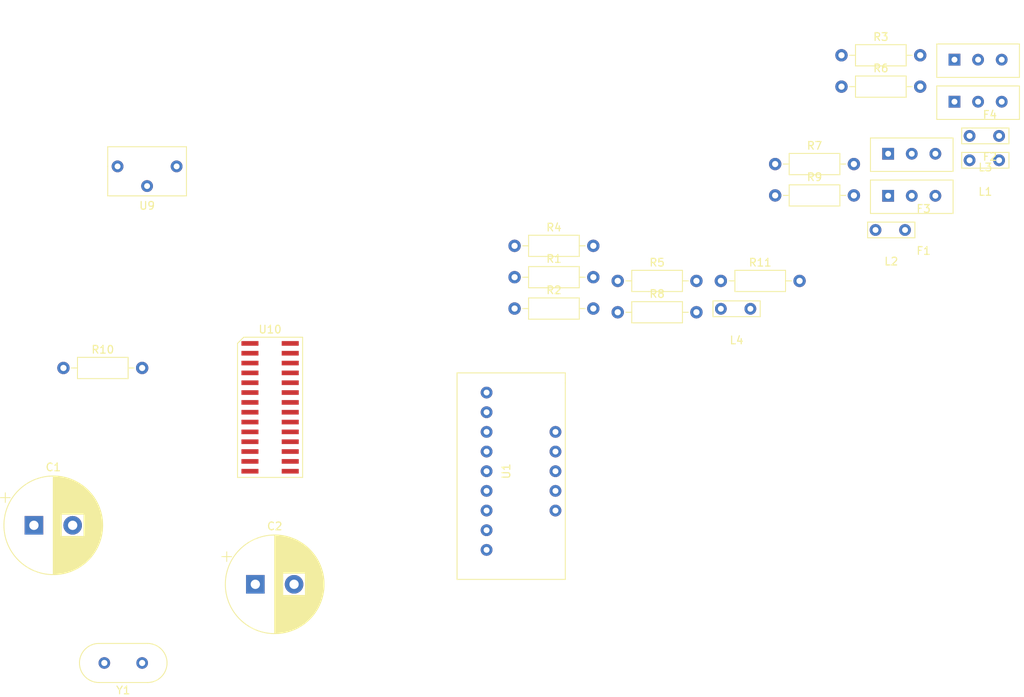
<source format=kicad_pcb>
(kicad_pcb (version 20171130) (host pcbnew "(5.1.2)-1")

  (general
    (thickness 1.6)
    (drawings 0)
    (tracks 0)
    (zones 0)
    (modules 25)
    (nets 47)
  )

  (page A4)
  (layers
    (0 F.Cu signal)
    (31 B.Cu signal)
    (32 B.Adhes user)
    (33 F.Adhes user)
    (34 B.Paste user)
    (35 F.Paste user)
    (36 B.SilkS user)
    (37 F.SilkS user)
    (38 B.Mask user)
    (39 F.Mask user)
    (40 Dwgs.User user)
    (41 Cmts.User user)
    (42 Eco1.User user)
    (43 Eco2.User user)
    (44 Edge.Cuts user)
    (45 Margin user)
    (46 B.CrtYd user)
    (47 F.CrtYd user)
    (48 B.Fab user)
    (49 F.Fab user)
  )

  (setup
    (last_trace_width 0.25)
    (trace_clearance 0.2)
    (zone_clearance 0.508)
    (zone_45_only no)
    (trace_min 0.2)
    (via_size 0.8)
    (via_drill 0.4)
    (via_min_size 0.4)
    (via_min_drill 0.3)
    (uvia_size 0.3)
    (uvia_drill 0.1)
    (uvias_allowed no)
    (uvia_min_size 0.2)
    (uvia_min_drill 0.1)
    (edge_width 0.05)
    (segment_width 0.2)
    (pcb_text_width 0.3)
    (pcb_text_size 1.5 1.5)
    (mod_edge_width 0.12)
    (mod_text_size 1 1)
    (mod_text_width 0.15)
    (pad_size 1.524 1.524)
    (pad_drill 0.762)
    (pad_to_mask_clearance 0.051)
    (solder_mask_min_width 0.25)
    (aux_axis_origin 0 0)
    (visible_elements 7FFFFFFF)
    (pcbplotparams
      (layerselection 0x010fc_ffffffff)
      (usegerberextensions false)
      (usegerberattributes false)
      (usegerberadvancedattributes false)
      (creategerberjobfile false)
      (excludeedgelayer true)
      (linewidth 0.100000)
      (plotframeref false)
      (viasonmask false)
      (mode 1)
      (useauxorigin false)
      (hpglpennumber 1)
      (hpglpenspeed 20)
      (hpglpendiameter 15.000000)
      (psnegative false)
      (psa4output false)
      (plotreference true)
      (plotvalue true)
      (plotinvisibletext false)
      (padsonsilk false)
      (subtractmaskfromsilk false)
      (outputformat 1)
      (mirror false)
      (drillshape 1)
      (scaleselection 1)
      (outputdirectory ""))
  )

  (net 0 "")
  (net 1 GND)
  (net 2 "Net-(C1-Pad1)")
  (net 3 "Net-(C2-Pad1)")
  (net 4 /V1)
  (net 5 "Net-(F1-Pad3)")
  (net 6 "Net-(F2-Pad3)")
  (net 7 /V3)
  (net 8 "Net-(F3-Pad3)")
  (net 9 /V4)
  (net 10 "Net-(F4-Pad3)")
  (net 11 "Net-(R10-Pad1)")
  (net 12 "Net-(R11-Pad2)")
  (net 13 "Net-(R11-Pad1)")
  (net 14 /Vo)
  (net 15 "Net-(F1-Pad1)")
  (net 16 "Net-(F2-Pad1)")
  (net 17 "Net-(F3-Pad1)")
  (net 18 "Net-(F4-Pad1)")
  (net 19 "Net-(L1-Pad2)")
  (net 20 /V2)
  (net 21 "Net-(U1-Pad14)")
  (net 22 "Net-(U1-Pad12)")
  (net 23 "Net-(U1-Pad11)")
  (net 24 "Net-(U1-Pad10)")
  (net 25 "Net-(U1-Pad9)")
  (net 26 "Net-(U1-Pad8)")
  (net 27 "Net-(U1-Pad7)")
  (net 28 "Net-(U1-Pad6)")
  (net 29 "Net-(U1-Pad5)")
  (net 30 "Net-(U1-Pad4)")
  (net 31 "Net-(U1-Pad2)")
  (net 32 "Net-(U10-Pad14)")
  (net 33 "Net-(U10-Pad13)")
  (net 34 "Net-(U10-Pad11)")
  (net 35 "Net-(U10-Pad18)")
  (net 36 "Net-(U10-Pad19)")
  (net 37 "Net-(U10-Pad21)")
  (net 38 "Net-(U10-Pad6)")
  (net 39 "Net-(U10-Pad23)")
  (net 40 "Net-(U10-Pad5)")
  (net 41 "Net-(U10-Pad24)")
  (net 42 "Net-(U10-Pad4)")
  (net 43 "Net-(U10-Pad25)")
  (net 44 "Net-(U10-Pad3)")
  (net 45 "Net-(U10-Pad26)")
  (net 46 "Net-(U10-Pad2)")

  (net_class Default "This is the default net class."
    (clearance 0.2)
    (trace_width 0.25)
    (via_dia 0.8)
    (via_drill 0.4)
    (uvia_dia 0.3)
    (uvia_drill 0.1)
    (add_net /V1)
    (add_net /V2)
    (add_net /V3)
    (add_net /V4)
    (add_net /Vo)
    (add_net GND)
    (add_net "Net-(C1-Pad1)")
    (add_net "Net-(C2-Pad1)")
    (add_net "Net-(F1-Pad1)")
    (add_net "Net-(F1-Pad3)")
    (add_net "Net-(F2-Pad1)")
    (add_net "Net-(F2-Pad3)")
    (add_net "Net-(F3-Pad1)")
    (add_net "Net-(F3-Pad3)")
    (add_net "Net-(F4-Pad1)")
    (add_net "Net-(F4-Pad3)")
    (add_net "Net-(L1-Pad2)")
    (add_net "Net-(R10-Pad1)")
    (add_net "Net-(R11-Pad1)")
    (add_net "Net-(R11-Pad2)")
    (add_net "Net-(U1-Pad10)")
    (add_net "Net-(U1-Pad11)")
    (add_net "Net-(U1-Pad12)")
    (add_net "Net-(U1-Pad14)")
    (add_net "Net-(U1-Pad2)")
    (add_net "Net-(U1-Pad4)")
    (add_net "Net-(U1-Pad5)")
    (add_net "Net-(U1-Pad6)")
    (add_net "Net-(U1-Pad7)")
    (add_net "Net-(U1-Pad8)")
    (add_net "Net-(U1-Pad9)")
    (add_net "Net-(U10-Pad11)")
    (add_net "Net-(U10-Pad13)")
    (add_net "Net-(U10-Pad14)")
    (add_net "Net-(U10-Pad18)")
    (add_net "Net-(U10-Pad19)")
    (add_net "Net-(U10-Pad2)")
    (add_net "Net-(U10-Pad21)")
    (add_net "Net-(U10-Pad23)")
    (add_net "Net-(U10-Pad24)")
    (add_net "Net-(U10-Pad25)")
    (add_net "Net-(U10-Pad26)")
    (add_net "Net-(U10-Pad3)")
    (add_net "Net-(U10-Pad4)")
    (add_net "Net-(U10-Pad5)")
    (add_net "Net-(U10-Pad6)")
  )

  (module Capacitor_THT:CP_Radial_D12.5mm_P5.00mm (layer F.Cu) (tedit 5AE50EF1) (tstamp 5D352C8B)
    (at 54.61 123.19)
    (descr "CP, Radial series, Radial, pin pitch=5.00mm, , diameter=12.5mm, Electrolytic Capacitor")
    (tags "CP Radial series Radial pin pitch 5.00mm  diameter 12.5mm Electrolytic Capacitor")
    (path /5D23A894)
    (fp_text reference C1 (at 2.5 -7.5) (layer F.SilkS)
      (effects (font (size 1 1) (thickness 0.15)))
    )
    (fp_text value 18pF (at 2.5 7.5) (layer F.Fab)
      (effects (font (size 1 1) (thickness 0.15)))
    )
    (fp_text user %R (at 2.5 0) (layer F.Fab)
      (effects (font (size 1 1) (thickness 0.15)))
    )
    (fp_line (start -3.692082 -4.2) (end -3.692082 -2.95) (layer F.SilkS) (width 0.12))
    (fp_line (start -4.317082 -3.575) (end -3.067082 -3.575) (layer F.SilkS) (width 0.12))
    (fp_line (start 8.861 -0.317) (end 8.861 0.317) (layer F.SilkS) (width 0.12))
    (fp_line (start 8.821 -0.757) (end 8.821 0.757) (layer F.SilkS) (width 0.12))
    (fp_line (start 8.781 -1.028) (end 8.781 1.028) (layer F.SilkS) (width 0.12))
    (fp_line (start 8.741 -1.241) (end 8.741 1.241) (layer F.SilkS) (width 0.12))
    (fp_line (start 8.701 -1.422) (end 8.701 1.422) (layer F.SilkS) (width 0.12))
    (fp_line (start 8.661 -1.583) (end 8.661 1.583) (layer F.SilkS) (width 0.12))
    (fp_line (start 8.621 -1.728) (end 8.621 1.728) (layer F.SilkS) (width 0.12))
    (fp_line (start 8.581 -1.861) (end 8.581 1.861) (layer F.SilkS) (width 0.12))
    (fp_line (start 8.541 -1.984) (end 8.541 1.984) (layer F.SilkS) (width 0.12))
    (fp_line (start 8.501 -2.1) (end 8.501 2.1) (layer F.SilkS) (width 0.12))
    (fp_line (start 8.461 -2.209) (end 8.461 2.209) (layer F.SilkS) (width 0.12))
    (fp_line (start 8.421 -2.312) (end 8.421 2.312) (layer F.SilkS) (width 0.12))
    (fp_line (start 8.381 -2.41) (end 8.381 2.41) (layer F.SilkS) (width 0.12))
    (fp_line (start 8.341 -2.504) (end 8.341 2.504) (layer F.SilkS) (width 0.12))
    (fp_line (start 8.301 -2.594) (end 8.301 2.594) (layer F.SilkS) (width 0.12))
    (fp_line (start 8.261 -2.681) (end 8.261 2.681) (layer F.SilkS) (width 0.12))
    (fp_line (start 8.221 -2.764) (end 8.221 2.764) (layer F.SilkS) (width 0.12))
    (fp_line (start 8.181 -2.844) (end 8.181 2.844) (layer F.SilkS) (width 0.12))
    (fp_line (start 8.141 -2.921) (end 8.141 2.921) (layer F.SilkS) (width 0.12))
    (fp_line (start 8.101 -2.996) (end 8.101 2.996) (layer F.SilkS) (width 0.12))
    (fp_line (start 8.061 -3.069) (end 8.061 3.069) (layer F.SilkS) (width 0.12))
    (fp_line (start 8.021 -3.14) (end 8.021 3.14) (layer F.SilkS) (width 0.12))
    (fp_line (start 7.981 -3.208) (end 7.981 3.208) (layer F.SilkS) (width 0.12))
    (fp_line (start 7.941 -3.275) (end 7.941 3.275) (layer F.SilkS) (width 0.12))
    (fp_line (start 7.901 -3.339) (end 7.901 3.339) (layer F.SilkS) (width 0.12))
    (fp_line (start 7.861 -3.402) (end 7.861 3.402) (layer F.SilkS) (width 0.12))
    (fp_line (start 7.821 -3.464) (end 7.821 3.464) (layer F.SilkS) (width 0.12))
    (fp_line (start 7.781 -3.524) (end 7.781 3.524) (layer F.SilkS) (width 0.12))
    (fp_line (start 7.741 -3.583) (end 7.741 3.583) (layer F.SilkS) (width 0.12))
    (fp_line (start 7.701 -3.64) (end 7.701 3.64) (layer F.SilkS) (width 0.12))
    (fp_line (start 7.661 -3.696) (end 7.661 3.696) (layer F.SilkS) (width 0.12))
    (fp_line (start 7.621 -3.75) (end 7.621 3.75) (layer F.SilkS) (width 0.12))
    (fp_line (start 7.581 -3.804) (end 7.581 3.804) (layer F.SilkS) (width 0.12))
    (fp_line (start 7.541 -3.856) (end 7.541 3.856) (layer F.SilkS) (width 0.12))
    (fp_line (start 7.501 -3.907) (end 7.501 3.907) (layer F.SilkS) (width 0.12))
    (fp_line (start 7.461 -3.957) (end 7.461 3.957) (layer F.SilkS) (width 0.12))
    (fp_line (start 7.421 -4.007) (end 7.421 4.007) (layer F.SilkS) (width 0.12))
    (fp_line (start 7.381 -4.055) (end 7.381 4.055) (layer F.SilkS) (width 0.12))
    (fp_line (start 7.341 -4.102) (end 7.341 4.102) (layer F.SilkS) (width 0.12))
    (fp_line (start 7.301 -4.148) (end 7.301 4.148) (layer F.SilkS) (width 0.12))
    (fp_line (start 7.261 -4.194) (end 7.261 4.194) (layer F.SilkS) (width 0.12))
    (fp_line (start 7.221 -4.238) (end 7.221 4.238) (layer F.SilkS) (width 0.12))
    (fp_line (start 7.181 -4.282) (end 7.181 4.282) (layer F.SilkS) (width 0.12))
    (fp_line (start 7.141 -4.325) (end 7.141 4.325) (layer F.SilkS) (width 0.12))
    (fp_line (start 7.101 -4.367) (end 7.101 4.367) (layer F.SilkS) (width 0.12))
    (fp_line (start 7.061 -4.408) (end 7.061 4.408) (layer F.SilkS) (width 0.12))
    (fp_line (start 7.021 -4.449) (end 7.021 4.449) (layer F.SilkS) (width 0.12))
    (fp_line (start 6.981 -4.489) (end 6.981 4.489) (layer F.SilkS) (width 0.12))
    (fp_line (start 6.941 -4.528) (end 6.941 4.528) (layer F.SilkS) (width 0.12))
    (fp_line (start 6.901 -4.567) (end 6.901 4.567) (layer F.SilkS) (width 0.12))
    (fp_line (start 6.861 -4.605) (end 6.861 4.605) (layer F.SilkS) (width 0.12))
    (fp_line (start 6.821 -4.642) (end 6.821 4.642) (layer F.SilkS) (width 0.12))
    (fp_line (start 6.781 -4.678) (end 6.781 4.678) (layer F.SilkS) (width 0.12))
    (fp_line (start 6.741 -4.714) (end 6.741 4.714) (layer F.SilkS) (width 0.12))
    (fp_line (start 6.701 -4.75) (end 6.701 4.75) (layer F.SilkS) (width 0.12))
    (fp_line (start 6.661 -4.785) (end 6.661 4.785) (layer F.SilkS) (width 0.12))
    (fp_line (start 6.621 -4.819) (end 6.621 4.819) (layer F.SilkS) (width 0.12))
    (fp_line (start 6.581 -4.852) (end 6.581 4.852) (layer F.SilkS) (width 0.12))
    (fp_line (start 6.541 -4.885) (end 6.541 4.885) (layer F.SilkS) (width 0.12))
    (fp_line (start 6.501 -4.918) (end 6.501 4.918) (layer F.SilkS) (width 0.12))
    (fp_line (start 6.461 -4.95) (end 6.461 4.95) (layer F.SilkS) (width 0.12))
    (fp_line (start 6.421 1.44) (end 6.421 4.982) (layer F.SilkS) (width 0.12))
    (fp_line (start 6.421 -4.982) (end 6.421 -1.44) (layer F.SilkS) (width 0.12))
    (fp_line (start 6.381 1.44) (end 6.381 5.012) (layer F.SilkS) (width 0.12))
    (fp_line (start 6.381 -5.012) (end 6.381 -1.44) (layer F.SilkS) (width 0.12))
    (fp_line (start 6.341 1.44) (end 6.341 5.043) (layer F.SilkS) (width 0.12))
    (fp_line (start 6.341 -5.043) (end 6.341 -1.44) (layer F.SilkS) (width 0.12))
    (fp_line (start 6.301 1.44) (end 6.301 5.073) (layer F.SilkS) (width 0.12))
    (fp_line (start 6.301 -5.073) (end 6.301 -1.44) (layer F.SilkS) (width 0.12))
    (fp_line (start 6.261 1.44) (end 6.261 5.102) (layer F.SilkS) (width 0.12))
    (fp_line (start 6.261 -5.102) (end 6.261 -1.44) (layer F.SilkS) (width 0.12))
    (fp_line (start 6.221 1.44) (end 6.221 5.131) (layer F.SilkS) (width 0.12))
    (fp_line (start 6.221 -5.131) (end 6.221 -1.44) (layer F.SilkS) (width 0.12))
    (fp_line (start 6.181 1.44) (end 6.181 5.16) (layer F.SilkS) (width 0.12))
    (fp_line (start 6.181 -5.16) (end 6.181 -1.44) (layer F.SilkS) (width 0.12))
    (fp_line (start 6.141 1.44) (end 6.141 5.188) (layer F.SilkS) (width 0.12))
    (fp_line (start 6.141 -5.188) (end 6.141 -1.44) (layer F.SilkS) (width 0.12))
    (fp_line (start 6.101 1.44) (end 6.101 5.216) (layer F.SilkS) (width 0.12))
    (fp_line (start 6.101 -5.216) (end 6.101 -1.44) (layer F.SilkS) (width 0.12))
    (fp_line (start 6.061 1.44) (end 6.061 5.243) (layer F.SilkS) (width 0.12))
    (fp_line (start 6.061 -5.243) (end 6.061 -1.44) (layer F.SilkS) (width 0.12))
    (fp_line (start 6.021 1.44) (end 6.021 5.27) (layer F.SilkS) (width 0.12))
    (fp_line (start 6.021 -5.27) (end 6.021 -1.44) (layer F.SilkS) (width 0.12))
    (fp_line (start 5.981 1.44) (end 5.981 5.296) (layer F.SilkS) (width 0.12))
    (fp_line (start 5.981 -5.296) (end 5.981 -1.44) (layer F.SilkS) (width 0.12))
    (fp_line (start 5.941 1.44) (end 5.941 5.322) (layer F.SilkS) (width 0.12))
    (fp_line (start 5.941 -5.322) (end 5.941 -1.44) (layer F.SilkS) (width 0.12))
    (fp_line (start 5.901 1.44) (end 5.901 5.347) (layer F.SilkS) (width 0.12))
    (fp_line (start 5.901 -5.347) (end 5.901 -1.44) (layer F.SilkS) (width 0.12))
    (fp_line (start 5.861 1.44) (end 5.861 5.372) (layer F.SilkS) (width 0.12))
    (fp_line (start 5.861 -5.372) (end 5.861 -1.44) (layer F.SilkS) (width 0.12))
    (fp_line (start 5.821 1.44) (end 5.821 5.397) (layer F.SilkS) (width 0.12))
    (fp_line (start 5.821 -5.397) (end 5.821 -1.44) (layer F.SilkS) (width 0.12))
    (fp_line (start 5.781 1.44) (end 5.781 5.421) (layer F.SilkS) (width 0.12))
    (fp_line (start 5.781 -5.421) (end 5.781 -1.44) (layer F.SilkS) (width 0.12))
    (fp_line (start 5.741 1.44) (end 5.741 5.445) (layer F.SilkS) (width 0.12))
    (fp_line (start 5.741 -5.445) (end 5.741 -1.44) (layer F.SilkS) (width 0.12))
    (fp_line (start 5.701 1.44) (end 5.701 5.468) (layer F.SilkS) (width 0.12))
    (fp_line (start 5.701 -5.468) (end 5.701 -1.44) (layer F.SilkS) (width 0.12))
    (fp_line (start 5.661 1.44) (end 5.661 5.491) (layer F.SilkS) (width 0.12))
    (fp_line (start 5.661 -5.491) (end 5.661 -1.44) (layer F.SilkS) (width 0.12))
    (fp_line (start 5.621 1.44) (end 5.621 5.514) (layer F.SilkS) (width 0.12))
    (fp_line (start 5.621 -5.514) (end 5.621 -1.44) (layer F.SilkS) (width 0.12))
    (fp_line (start 5.581 1.44) (end 5.581 5.536) (layer F.SilkS) (width 0.12))
    (fp_line (start 5.581 -5.536) (end 5.581 -1.44) (layer F.SilkS) (width 0.12))
    (fp_line (start 5.541 1.44) (end 5.541 5.558) (layer F.SilkS) (width 0.12))
    (fp_line (start 5.541 -5.558) (end 5.541 -1.44) (layer F.SilkS) (width 0.12))
    (fp_line (start 5.501 1.44) (end 5.501 5.58) (layer F.SilkS) (width 0.12))
    (fp_line (start 5.501 -5.58) (end 5.501 -1.44) (layer F.SilkS) (width 0.12))
    (fp_line (start 5.461 1.44) (end 5.461 5.601) (layer F.SilkS) (width 0.12))
    (fp_line (start 5.461 -5.601) (end 5.461 -1.44) (layer F.SilkS) (width 0.12))
    (fp_line (start 5.421 1.44) (end 5.421 5.622) (layer F.SilkS) (width 0.12))
    (fp_line (start 5.421 -5.622) (end 5.421 -1.44) (layer F.SilkS) (width 0.12))
    (fp_line (start 5.381 1.44) (end 5.381 5.642) (layer F.SilkS) (width 0.12))
    (fp_line (start 5.381 -5.642) (end 5.381 -1.44) (layer F.SilkS) (width 0.12))
    (fp_line (start 5.341 1.44) (end 5.341 5.662) (layer F.SilkS) (width 0.12))
    (fp_line (start 5.341 -5.662) (end 5.341 -1.44) (layer F.SilkS) (width 0.12))
    (fp_line (start 5.301 1.44) (end 5.301 5.682) (layer F.SilkS) (width 0.12))
    (fp_line (start 5.301 -5.682) (end 5.301 -1.44) (layer F.SilkS) (width 0.12))
    (fp_line (start 5.261 1.44) (end 5.261 5.702) (layer F.SilkS) (width 0.12))
    (fp_line (start 5.261 -5.702) (end 5.261 -1.44) (layer F.SilkS) (width 0.12))
    (fp_line (start 5.221 1.44) (end 5.221 5.721) (layer F.SilkS) (width 0.12))
    (fp_line (start 5.221 -5.721) (end 5.221 -1.44) (layer F.SilkS) (width 0.12))
    (fp_line (start 5.181 1.44) (end 5.181 5.739) (layer F.SilkS) (width 0.12))
    (fp_line (start 5.181 -5.739) (end 5.181 -1.44) (layer F.SilkS) (width 0.12))
    (fp_line (start 5.141 1.44) (end 5.141 5.758) (layer F.SilkS) (width 0.12))
    (fp_line (start 5.141 -5.758) (end 5.141 -1.44) (layer F.SilkS) (width 0.12))
    (fp_line (start 5.101 1.44) (end 5.101 5.776) (layer F.SilkS) (width 0.12))
    (fp_line (start 5.101 -5.776) (end 5.101 -1.44) (layer F.SilkS) (width 0.12))
    (fp_line (start 5.061 1.44) (end 5.061 5.793) (layer F.SilkS) (width 0.12))
    (fp_line (start 5.061 -5.793) (end 5.061 -1.44) (layer F.SilkS) (width 0.12))
    (fp_line (start 5.021 1.44) (end 5.021 5.811) (layer F.SilkS) (width 0.12))
    (fp_line (start 5.021 -5.811) (end 5.021 -1.44) (layer F.SilkS) (width 0.12))
    (fp_line (start 4.981 1.44) (end 4.981 5.828) (layer F.SilkS) (width 0.12))
    (fp_line (start 4.981 -5.828) (end 4.981 -1.44) (layer F.SilkS) (width 0.12))
    (fp_line (start 4.941 1.44) (end 4.941 5.845) (layer F.SilkS) (width 0.12))
    (fp_line (start 4.941 -5.845) (end 4.941 -1.44) (layer F.SilkS) (width 0.12))
    (fp_line (start 4.901 1.44) (end 4.901 5.861) (layer F.SilkS) (width 0.12))
    (fp_line (start 4.901 -5.861) (end 4.901 -1.44) (layer F.SilkS) (width 0.12))
    (fp_line (start 4.861 1.44) (end 4.861 5.877) (layer F.SilkS) (width 0.12))
    (fp_line (start 4.861 -5.877) (end 4.861 -1.44) (layer F.SilkS) (width 0.12))
    (fp_line (start 4.821 1.44) (end 4.821 5.893) (layer F.SilkS) (width 0.12))
    (fp_line (start 4.821 -5.893) (end 4.821 -1.44) (layer F.SilkS) (width 0.12))
    (fp_line (start 4.781 1.44) (end 4.781 5.908) (layer F.SilkS) (width 0.12))
    (fp_line (start 4.781 -5.908) (end 4.781 -1.44) (layer F.SilkS) (width 0.12))
    (fp_line (start 4.741 1.44) (end 4.741 5.924) (layer F.SilkS) (width 0.12))
    (fp_line (start 4.741 -5.924) (end 4.741 -1.44) (layer F.SilkS) (width 0.12))
    (fp_line (start 4.701 1.44) (end 4.701 5.939) (layer F.SilkS) (width 0.12))
    (fp_line (start 4.701 -5.939) (end 4.701 -1.44) (layer F.SilkS) (width 0.12))
    (fp_line (start 4.661 1.44) (end 4.661 5.953) (layer F.SilkS) (width 0.12))
    (fp_line (start 4.661 -5.953) (end 4.661 -1.44) (layer F.SilkS) (width 0.12))
    (fp_line (start 4.621 1.44) (end 4.621 5.967) (layer F.SilkS) (width 0.12))
    (fp_line (start 4.621 -5.967) (end 4.621 -1.44) (layer F.SilkS) (width 0.12))
    (fp_line (start 4.581 1.44) (end 4.581 5.981) (layer F.SilkS) (width 0.12))
    (fp_line (start 4.581 -5.981) (end 4.581 -1.44) (layer F.SilkS) (width 0.12))
    (fp_line (start 4.541 1.44) (end 4.541 5.995) (layer F.SilkS) (width 0.12))
    (fp_line (start 4.541 -5.995) (end 4.541 -1.44) (layer F.SilkS) (width 0.12))
    (fp_line (start 4.501 1.44) (end 4.501 6.008) (layer F.SilkS) (width 0.12))
    (fp_line (start 4.501 -6.008) (end 4.501 -1.44) (layer F.SilkS) (width 0.12))
    (fp_line (start 4.461 1.44) (end 4.461 6.021) (layer F.SilkS) (width 0.12))
    (fp_line (start 4.461 -6.021) (end 4.461 -1.44) (layer F.SilkS) (width 0.12))
    (fp_line (start 4.421 1.44) (end 4.421 6.034) (layer F.SilkS) (width 0.12))
    (fp_line (start 4.421 -6.034) (end 4.421 -1.44) (layer F.SilkS) (width 0.12))
    (fp_line (start 4.381 1.44) (end 4.381 6.047) (layer F.SilkS) (width 0.12))
    (fp_line (start 4.381 -6.047) (end 4.381 -1.44) (layer F.SilkS) (width 0.12))
    (fp_line (start 4.341 1.44) (end 4.341 6.059) (layer F.SilkS) (width 0.12))
    (fp_line (start 4.341 -6.059) (end 4.341 -1.44) (layer F.SilkS) (width 0.12))
    (fp_line (start 4.301 1.44) (end 4.301 6.071) (layer F.SilkS) (width 0.12))
    (fp_line (start 4.301 -6.071) (end 4.301 -1.44) (layer F.SilkS) (width 0.12))
    (fp_line (start 4.261 1.44) (end 4.261 6.083) (layer F.SilkS) (width 0.12))
    (fp_line (start 4.261 -6.083) (end 4.261 -1.44) (layer F.SilkS) (width 0.12))
    (fp_line (start 4.221 1.44) (end 4.221 6.094) (layer F.SilkS) (width 0.12))
    (fp_line (start 4.221 -6.094) (end 4.221 -1.44) (layer F.SilkS) (width 0.12))
    (fp_line (start 4.181 1.44) (end 4.181 6.105) (layer F.SilkS) (width 0.12))
    (fp_line (start 4.181 -6.105) (end 4.181 -1.44) (layer F.SilkS) (width 0.12))
    (fp_line (start 4.141 1.44) (end 4.141 6.116) (layer F.SilkS) (width 0.12))
    (fp_line (start 4.141 -6.116) (end 4.141 -1.44) (layer F.SilkS) (width 0.12))
    (fp_line (start 4.101 1.44) (end 4.101 6.126) (layer F.SilkS) (width 0.12))
    (fp_line (start 4.101 -6.126) (end 4.101 -1.44) (layer F.SilkS) (width 0.12))
    (fp_line (start 4.061 1.44) (end 4.061 6.137) (layer F.SilkS) (width 0.12))
    (fp_line (start 4.061 -6.137) (end 4.061 -1.44) (layer F.SilkS) (width 0.12))
    (fp_line (start 4.021 1.44) (end 4.021 6.146) (layer F.SilkS) (width 0.12))
    (fp_line (start 4.021 -6.146) (end 4.021 -1.44) (layer F.SilkS) (width 0.12))
    (fp_line (start 3.981 1.44) (end 3.981 6.156) (layer F.SilkS) (width 0.12))
    (fp_line (start 3.981 -6.156) (end 3.981 -1.44) (layer F.SilkS) (width 0.12))
    (fp_line (start 3.941 1.44) (end 3.941 6.166) (layer F.SilkS) (width 0.12))
    (fp_line (start 3.941 -6.166) (end 3.941 -1.44) (layer F.SilkS) (width 0.12))
    (fp_line (start 3.901 1.44) (end 3.901 6.175) (layer F.SilkS) (width 0.12))
    (fp_line (start 3.901 -6.175) (end 3.901 -1.44) (layer F.SilkS) (width 0.12))
    (fp_line (start 3.861 1.44) (end 3.861 6.184) (layer F.SilkS) (width 0.12))
    (fp_line (start 3.861 -6.184) (end 3.861 -1.44) (layer F.SilkS) (width 0.12))
    (fp_line (start 3.821 1.44) (end 3.821 6.192) (layer F.SilkS) (width 0.12))
    (fp_line (start 3.821 -6.192) (end 3.821 -1.44) (layer F.SilkS) (width 0.12))
    (fp_line (start 3.781 1.44) (end 3.781 6.201) (layer F.SilkS) (width 0.12))
    (fp_line (start 3.781 -6.201) (end 3.781 -1.44) (layer F.SilkS) (width 0.12))
    (fp_line (start 3.741 1.44) (end 3.741 6.209) (layer F.SilkS) (width 0.12))
    (fp_line (start 3.741 -6.209) (end 3.741 -1.44) (layer F.SilkS) (width 0.12))
    (fp_line (start 3.701 1.44) (end 3.701 6.216) (layer F.SilkS) (width 0.12))
    (fp_line (start 3.701 -6.216) (end 3.701 -1.44) (layer F.SilkS) (width 0.12))
    (fp_line (start 3.661 1.44) (end 3.661 6.224) (layer F.SilkS) (width 0.12))
    (fp_line (start 3.661 -6.224) (end 3.661 -1.44) (layer F.SilkS) (width 0.12))
    (fp_line (start 3.621 1.44) (end 3.621 6.231) (layer F.SilkS) (width 0.12))
    (fp_line (start 3.621 -6.231) (end 3.621 -1.44) (layer F.SilkS) (width 0.12))
    (fp_line (start 3.581 1.44) (end 3.581 6.238) (layer F.SilkS) (width 0.12))
    (fp_line (start 3.581 -6.238) (end 3.581 -1.44) (layer F.SilkS) (width 0.12))
    (fp_line (start 3.541 -6.245) (end 3.541 6.245) (layer F.SilkS) (width 0.12))
    (fp_line (start 3.501 -6.252) (end 3.501 6.252) (layer F.SilkS) (width 0.12))
    (fp_line (start 3.461 -6.258) (end 3.461 6.258) (layer F.SilkS) (width 0.12))
    (fp_line (start 3.421 -6.264) (end 3.421 6.264) (layer F.SilkS) (width 0.12))
    (fp_line (start 3.381 -6.269) (end 3.381 6.269) (layer F.SilkS) (width 0.12))
    (fp_line (start 3.341 -6.275) (end 3.341 6.275) (layer F.SilkS) (width 0.12))
    (fp_line (start 3.301 -6.28) (end 3.301 6.28) (layer F.SilkS) (width 0.12))
    (fp_line (start 3.261 -6.285) (end 3.261 6.285) (layer F.SilkS) (width 0.12))
    (fp_line (start 3.221 -6.29) (end 3.221 6.29) (layer F.SilkS) (width 0.12))
    (fp_line (start 3.18 -6.294) (end 3.18 6.294) (layer F.SilkS) (width 0.12))
    (fp_line (start 3.14 -6.298) (end 3.14 6.298) (layer F.SilkS) (width 0.12))
    (fp_line (start 3.1 -6.302) (end 3.1 6.302) (layer F.SilkS) (width 0.12))
    (fp_line (start 3.06 -6.306) (end 3.06 6.306) (layer F.SilkS) (width 0.12))
    (fp_line (start 3.02 -6.309) (end 3.02 6.309) (layer F.SilkS) (width 0.12))
    (fp_line (start 2.98 -6.312) (end 2.98 6.312) (layer F.SilkS) (width 0.12))
    (fp_line (start 2.94 -6.315) (end 2.94 6.315) (layer F.SilkS) (width 0.12))
    (fp_line (start 2.9 -6.318) (end 2.9 6.318) (layer F.SilkS) (width 0.12))
    (fp_line (start 2.86 -6.32) (end 2.86 6.32) (layer F.SilkS) (width 0.12))
    (fp_line (start 2.82 -6.322) (end 2.82 6.322) (layer F.SilkS) (width 0.12))
    (fp_line (start 2.78 -6.324) (end 2.78 6.324) (layer F.SilkS) (width 0.12))
    (fp_line (start 2.74 -6.326) (end 2.74 6.326) (layer F.SilkS) (width 0.12))
    (fp_line (start 2.7 -6.327) (end 2.7 6.327) (layer F.SilkS) (width 0.12))
    (fp_line (start 2.66 -6.328) (end 2.66 6.328) (layer F.SilkS) (width 0.12))
    (fp_line (start 2.62 -6.329) (end 2.62 6.329) (layer F.SilkS) (width 0.12))
    (fp_line (start 2.58 -6.33) (end 2.58 6.33) (layer F.SilkS) (width 0.12))
    (fp_line (start 2.54 -6.33) (end 2.54 6.33) (layer F.SilkS) (width 0.12))
    (fp_line (start 2.5 -6.33) (end 2.5 6.33) (layer F.SilkS) (width 0.12))
    (fp_line (start -2.241489 -3.3625) (end -2.241489 -2.1125) (layer F.Fab) (width 0.1))
    (fp_line (start -2.866489 -2.7375) (end -1.616489 -2.7375) (layer F.Fab) (width 0.1))
    (fp_circle (center 2.5 0) (end 9 0) (layer F.CrtYd) (width 0.05))
    (fp_circle (center 2.5 0) (end 8.87 0) (layer F.SilkS) (width 0.12))
    (fp_circle (center 2.5 0) (end 8.75 0) (layer F.Fab) (width 0.1))
    (pad 2 thru_hole circle (at 5 0) (size 2.4 2.4) (drill 1.2) (layers *.Cu *.Mask)
      (net 1 GND))
    (pad 1 thru_hole rect (at 0 0) (size 2.4 2.4) (drill 1.2) (layers *.Cu *.Mask)
      (net 2 "Net-(C1-Pad1)"))
    (model ${KISYS3DMOD}/Capacitor_THT.3dshapes/CP_Radial_D12.5mm_P5.00mm.wrl
      (at (xyz 0 0 0))
      (scale (xyz 1 1 1))
      (rotate (xyz 0 0 0))
    )
  )

  (module Capacitor_THT:CP_Radial_D12.5mm_P5.00mm (layer F.Cu) (tedit 5AE50EF1) (tstamp 5D352D81)
    (at 83.185 130.81)
    (descr "CP, Radial series, Radial, pin pitch=5.00mm, , diameter=12.5mm, Electrolytic Capacitor")
    (tags "CP Radial series Radial pin pitch 5.00mm  diameter 12.5mm Electrolytic Capacitor")
    (path /5D239B58)
    (fp_text reference C2 (at 2.5 -7.5) (layer F.SilkS)
      (effects (font (size 1 1) (thickness 0.15)))
    )
    (fp_text value 18Pf (at 2.5 7.5) (layer F.Fab)
      (effects (font (size 1 1) (thickness 0.15)))
    )
    (fp_circle (center 2.5 0) (end 8.75 0) (layer F.Fab) (width 0.1))
    (fp_circle (center 2.5 0) (end 8.87 0) (layer F.SilkS) (width 0.12))
    (fp_circle (center 2.5 0) (end 9 0) (layer F.CrtYd) (width 0.05))
    (fp_line (start -2.866489 -2.7375) (end -1.616489 -2.7375) (layer F.Fab) (width 0.1))
    (fp_line (start -2.241489 -3.3625) (end -2.241489 -2.1125) (layer F.Fab) (width 0.1))
    (fp_line (start 2.5 -6.33) (end 2.5 6.33) (layer F.SilkS) (width 0.12))
    (fp_line (start 2.54 -6.33) (end 2.54 6.33) (layer F.SilkS) (width 0.12))
    (fp_line (start 2.58 -6.33) (end 2.58 6.33) (layer F.SilkS) (width 0.12))
    (fp_line (start 2.62 -6.329) (end 2.62 6.329) (layer F.SilkS) (width 0.12))
    (fp_line (start 2.66 -6.328) (end 2.66 6.328) (layer F.SilkS) (width 0.12))
    (fp_line (start 2.7 -6.327) (end 2.7 6.327) (layer F.SilkS) (width 0.12))
    (fp_line (start 2.74 -6.326) (end 2.74 6.326) (layer F.SilkS) (width 0.12))
    (fp_line (start 2.78 -6.324) (end 2.78 6.324) (layer F.SilkS) (width 0.12))
    (fp_line (start 2.82 -6.322) (end 2.82 6.322) (layer F.SilkS) (width 0.12))
    (fp_line (start 2.86 -6.32) (end 2.86 6.32) (layer F.SilkS) (width 0.12))
    (fp_line (start 2.9 -6.318) (end 2.9 6.318) (layer F.SilkS) (width 0.12))
    (fp_line (start 2.94 -6.315) (end 2.94 6.315) (layer F.SilkS) (width 0.12))
    (fp_line (start 2.98 -6.312) (end 2.98 6.312) (layer F.SilkS) (width 0.12))
    (fp_line (start 3.02 -6.309) (end 3.02 6.309) (layer F.SilkS) (width 0.12))
    (fp_line (start 3.06 -6.306) (end 3.06 6.306) (layer F.SilkS) (width 0.12))
    (fp_line (start 3.1 -6.302) (end 3.1 6.302) (layer F.SilkS) (width 0.12))
    (fp_line (start 3.14 -6.298) (end 3.14 6.298) (layer F.SilkS) (width 0.12))
    (fp_line (start 3.18 -6.294) (end 3.18 6.294) (layer F.SilkS) (width 0.12))
    (fp_line (start 3.221 -6.29) (end 3.221 6.29) (layer F.SilkS) (width 0.12))
    (fp_line (start 3.261 -6.285) (end 3.261 6.285) (layer F.SilkS) (width 0.12))
    (fp_line (start 3.301 -6.28) (end 3.301 6.28) (layer F.SilkS) (width 0.12))
    (fp_line (start 3.341 -6.275) (end 3.341 6.275) (layer F.SilkS) (width 0.12))
    (fp_line (start 3.381 -6.269) (end 3.381 6.269) (layer F.SilkS) (width 0.12))
    (fp_line (start 3.421 -6.264) (end 3.421 6.264) (layer F.SilkS) (width 0.12))
    (fp_line (start 3.461 -6.258) (end 3.461 6.258) (layer F.SilkS) (width 0.12))
    (fp_line (start 3.501 -6.252) (end 3.501 6.252) (layer F.SilkS) (width 0.12))
    (fp_line (start 3.541 -6.245) (end 3.541 6.245) (layer F.SilkS) (width 0.12))
    (fp_line (start 3.581 -6.238) (end 3.581 -1.44) (layer F.SilkS) (width 0.12))
    (fp_line (start 3.581 1.44) (end 3.581 6.238) (layer F.SilkS) (width 0.12))
    (fp_line (start 3.621 -6.231) (end 3.621 -1.44) (layer F.SilkS) (width 0.12))
    (fp_line (start 3.621 1.44) (end 3.621 6.231) (layer F.SilkS) (width 0.12))
    (fp_line (start 3.661 -6.224) (end 3.661 -1.44) (layer F.SilkS) (width 0.12))
    (fp_line (start 3.661 1.44) (end 3.661 6.224) (layer F.SilkS) (width 0.12))
    (fp_line (start 3.701 -6.216) (end 3.701 -1.44) (layer F.SilkS) (width 0.12))
    (fp_line (start 3.701 1.44) (end 3.701 6.216) (layer F.SilkS) (width 0.12))
    (fp_line (start 3.741 -6.209) (end 3.741 -1.44) (layer F.SilkS) (width 0.12))
    (fp_line (start 3.741 1.44) (end 3.741 6.209) (layer F.SilkS) (width 0.12))
    (fp_line (start 3.781 -6.201) (end 3.781 -1.44) (layer F.SilkS) (width 0.12))
    (fp_line (start 3.781 1.44) (end 3.781 6.201) (layer F.SilkS) (width 0.12))
    (fp_line (start 3.821 -6.192) (end 3.821 -1.44) (layer F.SilkS) (width 0.12))
    (fp_line (start 3.821 1.44) (end 3.821 6.192) (layer F.SilkS) (width 0.12))
    (fp_line (start 3.861 -6.184) (end 3.861 -1.44) (layer F.SilkS) (width 0.12))
    (fp_line (start 3.861 1.44) (end 3.861 6.184) (layer F.SilkS) (width 0.12))
    (fp_line (start 3.901 -6.175) (end 3.901 -1.44) (layer F.SilkS) (width 0.12))
    (fp_line (start 3.901 1.44) (end 3.901 6.175) (layer F.SilkS) (width 0.12))
    (fp_line (start 3.941 -6.166) (end 3.941 -1.44) (layer F.SilkS) (width 0.12))
    (fp_line (start 3.941 1.44) (end 3.941 6.166) (layer F.SilkS) (width 0.12))
    (fp_line (start 3.981 -6.156) (end 3.981 -1.44) (layer F.SilkS) (width 0.12))
    (fp_line (start 3.981 1.44) (end 3.981 6.156) (layer F.SilkS) (width 0.12))
    (fp_line (start 4.021 -6.146) (end 4.021 -1.44) (layer F.SilkS) (width 0.12))
    (fp_line (start 4.021 1.44) (end 4.021 6.146) (layer F.SilkS) (width 0.12))
    (fp_line (start 4.061 -6.137) (end 4.061 -1.44) (layer F.SilkS) (width 0.12))
    (fp_line (start 4.061 1.44) (end 4.061 6.137) (layer F.SilkS) (width 0.12))
    (fp_line (start 4.101 -6.126) (end 4.101 -1.44) (layer F.SilkS) (width 0.12))
    (fp_line (start 4.101 1.44) (end 4.101 6.126) (layer F.SilkS) (width 0.12))
    (fp_line (start 4.141 -6.116) (end 4.141 -1.44) (layer F.SilkS) (width 0.12))
    (fp_line (start 4.141 1.44) (end 4.141 6.116) (layer F.SilkS) (width 0.12))
    (fp_line (start 4.181 -6.105) (end 4.181 -1.44) (layer F.SilkS) (width 0.12))
    (fp_line (start 4.181 1.44) (end 4.181 6.105) (layer F.SilkS) (width 0.12))
    (fp_line (start 4.221 -6.094) (end 4.221 -1.44) (layer F.SilkS) (width 0.12))
    (fp_line (start 4.221 1.44) (end 4.221 6.094) (layer F.SilkS) (width 0.12))
    (fp_line (start 4.261 -6.083) (end 4.261 -1.44) (layer F.SilkS) (width 0.12))
    (fp_line (start 4.261 1.44) (end 4.261 6.083) (layer F.SilkS) (width 0.12))
    (fp_line (start 4.301 -6.071) (end 4.301 -1.44) (layer F.SilkS) (width 0.12))
    (fp_line (start 4.301 1.44) (end 4.301 6.071) (layer F.SilkS) (width 0.12))
    (fp_line (start 4.341 -6.059) (end 4.341 -1.44) (layer F.SilkS) (width 0.12))
    (fp_line (start 4.341 1.44) (end 4.341 6.059) (layer F.SilkS) (width 0.12))
    (fp_line (start 4.381 -6.047) (end 4.381 -1.44) (layer F.SilkS) (width 0.12))
    (fp_line (start 4.381 1.44) (end 4.381 6.047) (layer F.SilkS) (width 0.12))
    (fp_line (start 4.421 -6.034) (end 4.421 -1.44) (layer F.SilkS) (width 0.12))
    (fp_line (start 4.421 1.44) (end 4.421 6.034) (layer F.SilkS) (width 0.12))
    (fp_line (start 4.461 -6.021) (end 4.461 -1.44) (layer F.SilkS) (width 0.12))
    (fp_line (start 4.461 1.44) (end 4.461 6.021) (layer F.SilkS) (width 0.12))
    (fp_line (start 4.501 -6.008) (end 4.501 -1.44) (layer F.SilkS) (width 0.12))
    (fp_line (start 4.501 1.44) (end 4.501 6.008) (layer F.SilkS) (width 0.12))
    (fp_line (start 4.541 -5.995) (end 4.541 -1.44) (layer F.SilkS) (width 0.12))
    (fp_line (start 4.541 1.44) (end 4.541 5.995) (layer F.SilkS) (width 0.12))
    (fp_line (start 4.581 -5.981) (end 4.581 -1.44) (layer F.SilkS) (width 0.12))
    (fp_line (start 4.581 1.44) (end 4.581 5.981) (layer F.SilkS) (width 0.12))
    (fp_line (start 4.621 -5.967) (end 4.621 -1.44) (layer F.SilkS) (width 0.12))
    (fp_line (start 4.621 1.44) (end 4.621 5.967) (layer F.SilkS) (width 0.12))
    (fp_line (start 4.661 -5.953) (end 4.661 -1.44) (layer F.SilkS) (width 0.12))
    (fp_line (start 4.661 1.44) (end 4.661 5.953) (layer F.SilkS) (width 0.12))
    (fp_line (start 4.701 -5.939) (end 4.701 -1.44) (layer F.SilkS) (width 0.12))
    (fp_line (start 4.701 1.44) (end 4.701 5.939) (layer F.SilkS) (width 0.12))
    (fp_line (start 4.741 -5.924) (end 4.741 -1.44) (layer F.SilkS) (width 0.12))
    (fp_line (start 4.741 1.44) (end 4.741 5.924) (layer F.SilkS) (width 0.12))
    (fp_line (start 4.781 -5.908) (end 4.781 -1.44) (layer F.SilkS) (width 0.12))
    (fp_line (start 4.781 1.44) (end 4.781 5.908) (layer F.SilkS) (width 0.12))
    (fp_line (start 4.821 -5.893) (end 4.821 -1.44) (layer F.SilkS) (width 0.12))
    (fp_line (start 4.821 1.44) (end 4.821 5.893) (layer F.SilkS) (width 0.12))
    (fp_line (start 4.861 -5.877) (end 4.861 -1.44) (layer F.SilkS) (width 0.12))
    (fp_line (start 4.861 1.44) (end 4.861 5.877) (layer F.SilkS) (width 0.12))
    (fp_line (start 4.901 -5.861) (end 4.901 -1.44) (layer F.SilkS) (width 0.12))
    (fp_line (start 4.901 1.44) (end 4.901 5.861) (layer F.SilkS) (width 0.12))
    (fp_line (start 4.941 -5.845) (end 4.941 -1.44) (layer F.SilkS) (width 0.12))
    (fp_line (start 4.941 1.44) (end 4.941 5.845) (layer F.SilkS) (width 0.12))
    (fp_line (start 4.981 -5.828) (end 4.981 -1.44) (layer F.SilkS) (width 0.12))
    (fp_line (start 4.981 1.44) (end 4.981 5.828) (layer F.SilkS) (width 0.12))
    (fp_line (start 5.021 -5.811) (end 5.021 -1.44) (layer F.SilkS) (width 0.12))
    (fp_line (start 5.021 1.44) (end 5.021 5.811) (layer F.SilkS) (width 0.12))
    (fp_line (start 5.061 -5.793) (end 5.061 -1.44) (layer F.SilkS) (width 0.12))
    (fp_line (start 5.061 1.44) (end 5.061 5.793) (layer F.SilkS) (width 0.12))
    (fp_line (start 5.101 -5.776) (end 5.101 -1.44) (layer F.SilkS) (width 0.12))
    (fp_line (start 5.101 1.44) (end 5.101 5.776) (layer F.SilkS) (width 0.12))
    (fp_line (start 5.141 -5.758) (end 5.141 -1.44) (layer F.SilkS) (width 0.12))
    (fp_line (start 5.141 1.44) (end 5.141 5.758) (layer F.SilkS) (width 0.12))
    (fp_line (start 5.181 -5.739) (end 5.181 -1.44) (layer F.SilkS) (width 0.12))
    (fp_line (start 5.181 1.44) (end 5.181 5.739) (layer F.SilkS) (width 0.12))
    (fp_line (start 5.221 -5.721) (end 5.221 -1.44) (layer F.SilkS) (width 0.12))
    (fp_line (start 5.221 1.44) (end 5.221 5.721) (layer F.SilkS) (width 0.12))
    (fp_line (start 5.261 -5.702) (end 5.261 -1.44) (layer F.SilkS) (width 0.12))
    (fp_line (start 5.261 1.44) (end 5.261 5.702) (layer F.SilkS) (width 0.12))
    (fp_line (start 5.301 -5.682) (end 5.301 -1.44) (layer F.SilkS) (width 0.12))
    (fp_line (start 5.301 1.44) (end 5.301 5.682) (layer F.SilkS) (width 0.12))
    (fp_line (start 5.341 -5.662) (end 5.341 -1.44) (layer F.SilkS) (width 0.12))
    (fp_line (start 5.341 1.44) (end 5.341 5.662) (layer F.SilkS) (width 0.12))
    (fp_line (start 5.381 -5.642) (end 5.381 -1.44) (layer F.SilkS) (width 0.12))
    (fp_line (start 5.381 1.44) (end 5.381 5.642) (layer F.SilkS) (width 0.12))
    (fp_line (start 5.421 -5.622) (end 5.421 -1.44) (layer F.SilkS) (width 0.12))
    (fp_line (start 5.421 1.44) (end 5.421 5.622) (layer F.SilkS) (width 0.12))
    (fp_line (start 5.461 -5.601) (end 5.461 -1.44) (layer F.SilkS) (width 0.12))
    (fp_line (start 5.461 1.44) (end 5.461 5.601) (layer F.SilkS) (width 0.12))
    (fp_line (start 5.501 -5.58) (end 5.501 -1.44) (layer F.SilkS) (width 0.12))
    (fp_line (start 5.501 1.44) (end 5.501 5.58) (layer F.SilkS) (width 0.12))
    (fp_line (start 5.541 -5.558) (end 5.541 -1.44) (layer F.SilkS) (width 0.12))
    (fp_line (start 5.541 1.44) (end 5.541 5.558) (layer F.SilkS) (width 0.12))
    (fp_line (start 5.581 -5.536) (end 5.581 -1.44) (layer F.SilkS) (width 0.12))
    (fp_line (start 5.581 1.44) (end 5.581 5.536) (layer F.SilkS) (width 0.12))
    (fp_line (start 5.621 -5.514) (end 5.621 -1.44) (layer F.SilkS) (width 0.12))
    (fp_line (start 5.621 1.44) (end 5.621 5.514) (layer F.SilkS) (width 0.12))
    (fp_line (start 5.661 -5.491) (end 5.661 -1.44) (layer F.SilkS) (width 0.12))
    (fp_line (start 5.661 1.44) (end 5.661 5.491) (layer F.SilkS) (width 0.12))
    (fp_line (start 5.701 -5.468) (end 5.701 -1.44) (layer F.SilkS) (width 0.12))
    (fp_line (start 5.701 1.44) (end 5.701 5.468) (layer F.SilkS) (width 0.12))
    (fp_line (start 5.741 -5.445) (end 5.741 -1.44) (layer F.SilkS) (width 0.12))
    (fp_line (start 5.741 1.44) (end 5.741 5.445) (layer F.SilkS) (width 0.12))
    (fp_line (start 5.781 -5.421) (end 5.781 -1.44) (layer F.SilkS) (width 0.12))
    (fp_line (start 5.781 1.44) (end 5.781 5.421) (layer F.SilkS) (width 0.12))
    (fp_line (start 5.821 -5.397) (end 5.821 -1.44) (layer F.SilkS) (width 0.12))
    (fp_line (start 5.821 1.44) (end 5.821 5.397) (layer F.SilkS) (width 0.12))
    (fp_line (start 5.861 -5.372) (end 5.861 -1.44) (layer F.SilkS) (width 0.12))
    (fp_line (start 5.861 1.44) (end 5.861 5.372) (layer F.SilkS) (width 0.12))
    (fp_line (start 5.901 -5.347) (end 5.901 -1.44) (layer F.SilkS) (width 0.12))
    (fp_line (start 5.901 1.44) (end 5.901 5.347) (layer F.SilkS) (width 0.12))
    (fp_line (start 5.941 -5.322) (end 5.941 -1.44) (layer F.SilkS) (width 0.12))
    (fp_line (start 5.941 1.44) (end 5.941 5.322) (layer F.SilkS) (width 0.12))
    (fp_line (start 5.981 -5.296) (end 5.981 -1.44) (layer F.SilkS) (width 0.12))
    (fp_line (start 5.981 1.44) (end 5.981 5.296) (layer F.SilkS) (width 0.12))
    (fp_line (start 6.021 -5.27) (end 6.021 -1.44) (layer F.SilkS) (width 0.12))
    (fp_line (start 6.021 1.44) (end 6.021 5.27) (layer F.SilkS) (width 0.12))
    (fp_line (start 6.061 -5.243) (end 6.061 -1.44) (layer F.SilkS) (width 0.12))
    (fp_line (start 6.061 1.44) (end 6.061 5.243) (layer F.SilkS) (width 0.12))
    (fp_line (start 6.101 -5.216) (end 6.101 -1.44) (layer F.SilkS) (width 0.12))
    (fp_line (start 6.101 1.44) (end 6.101 5.216) (layer F.SilkS) (width 0.12))
    (fp_line (start 6.141 -5.188) (end 6.141 -1.44) (layer F.SilkS) (width 0.12))
    (fp_line (start 6.141 1.44) (end 6.141 5.188) (layer F.SilkS) (width 0.12))
    (fp_line (start 6.181 -5.16) (end 6.181 -1.44) (layer F.SilkS) (width 0.12))
    (fp_line (start 6.181 1.44) (end 6.181 5.16) (layer F.SilkS) (width 0.12))
    (fp_line (start 6.221 -5.131) (end 6.221 -1.44) (layer F.SilkS) (width 0.12))
    (fp_line (start 6.221 1.44) (end 6.221 5.131) (layer F.SilkS) (width 0.12))
    (fp_line (start 6.261 -5.102) (end 6.261 -1.44) (layer F.SilkS) (width 0.12))
    (fp_line (start 6.261 1.44) (end 6.261 5.102) (layer F.SilkS) (width 0.12))
    (fp_line (start 6.301 -5.073) (end 6.301 -1.44) (layer F.SilkS) (width 0.12))
    (fp_line (start 6.301 1.44) (end 6.301 5.073) (layer F.SilkS) (width 0.12))
    (fp_line (start 6.341 -5.043) (end 6.341 -1.44) (layer F.SilkS) (width 0.12))
    (fp_line (start 6.341 1.44) (end 6.341 5.043) (layer F.SilkS) (width 0.12))
    (fp_line (start 6.381 -5.012) (end 6.381 -1.44) (layer F.SilkS) (width 0.12))
    (fp_line (start 6.381 1.44) (end 6.381 5.012) (layer F.SilkS) (width 0.12))
    (fp_line (start 6.421 -4.982) (end 6.421 -1.44) (layer F.SilkS) (width 0.12))
    (fp_line (start 6.421 1.44) (end 6.421 4.982) (layer F.SilkS) (width 0.12))
    (fp_line (start 6.461 -4.95) (end 6.461 4.95) (layer F.SilkS) (width 0.12))
    (fp_line (start 6.501 -4.918) (end 6.501 4.918) (layer F.SilkS) (width 0.12))
    (fp_line (start 6.541 -4.885) (end 6.541 4.885) (layer F.SilkS) (width 0.12))
    (fp_line (start 6.581 -4.852) (end 6.581 4.852) (layer F.SilkS) (width 0.12))
    (fp_line (start 6.621 -4.819) (end 6.621 4.819) (layer F.SilkS) (width 0.12))
    (fp_line (start 6.661 -4.785) (end 6.661 4.785) (layer F.SilkS) (width 0.12))
    (fp_line (start 6.701 -4.75) (end 6.701 4.75) (layer F.SilkS) (width 0.12))
    (fp_line (start 6.741 -4.714) (end 6.741 4.714) (layer F.SilkS) (width 0.12))
    (fp_line (start 6.781 -4.678) (end 6.781 4.678) (layer F.SilkS) (width 0.12))
    (fp_line (start 6.821 -4.642) (end 6.821 4.642) (layer F.SilkS) (width 0.12))
    (fp_line (start 6.861 -4.605) (end 6.861 4.605) (layer F.SilkS) (width 0.12))
    (fp_line (start 6.901 -4.567) (end 6.901 4.567) (layer F.SilkS) (width 0.12))
    (fp_line (start 6.941 -4.528) (end 6.941 4.528) (layer F.SilkS) (width 0.12))
    (fp_line (start 6.981 -4.489) (end 6.981 4.489) (layer F.SilkS) (width 0.12))
    (fp_line (start 7.021 -4.449) (end 7.021 4.449) (layer F.SilkS) (width 0.12))
    (fp_line (start 7.061 -4.408) (end 7.061 4.408) (layer F.SilkS) (width 0.12))
    (fp_line (start 7.101 -4.367) (end 7.101 4.367) (layer F.SilkS) (width 0.12))
    (fp_line (start 7.141 -4.325) (end 7.141 4.325) (layer F.SilkS) (width 0.12))
    (fp_line (start 7.181 -4.282) (end 7.181 4.282) (layer F.SilkS) (width 0.12))
    (fp_line (start 7.221 -4.238) (end 7.221 4.238) (layer F.SilkS) (width 0.12))
    (fp_line (start 7.261 -4.194) (end 7.261 4.194) (layer F.SilkS) (width 0.12))
    (fp_line (start 7.301 -4.148) (end 7.301 4.148) (layer F.SilkS) (width 0.12))
    (fp_line (start 7.341 -4.102) (end 7.341 4.102) (layer F.SilkS) (width 0.12))
    (fp_line (start 7.381 -4.055) (end 7.381 4.055) (layer F.SilkS) (width 0.12))
    (fp_line (start 7.421 -4.007) (end 7.421 4.007) (layer F.SilkS) (width 0.12))
    (fp_line (start 7.461 -3.957) (end 7.461 3.957) (layer F.SilkS) (width 0.12))
    (fp_line (start 7.501 -3.907) (end 7.501 3.907) (layer F.SilkS) (width 0.12))
    (fp_line (start 7.541 -3.856) (end 7.541 3.856) (layer F.SilkS) (width 0.12))
    (fp_line (start 7.581 -3.804) (end 7.581 3.804) (layer F.SilkS) (width 0.12))
    (fp_line (start 7.621 -3.75) (end 7.621 3.75) (layer F.SilkS) (width 0.12))
    (fp_line (start 7.661 -3.696) (end 7.661 3.696) (layer F.SilkS) (width 0.12))
    (fp_line (start 7.701 -3.64) (end 7.701 3.64) (layer F.SilkS) (width 0.12))
    (fp_line (start 7.741 -3.583) (end 7.741 3.583) (layer F.SilkS) (width 0.12))
    (fp_line (start 7.781 -3.524) (end 7.781 3.524) (layer F.SilkS) (width 0.12))
    (fp_line (start 7.821 -3.464) (end 7.821 3.464) (layer F.SilkS) (width 0.12))
    (fp_line (start 7.861 -3.402) (end 7.861 3.402) (layer F.SilkS) (width 0.12))
    (fp_line (start 7.901 -3.339) (end 7.901 3.339) (layer F.SilkS) (width 0.12))
    (fp_line (start 7.941 -3.275) (end 7.941 3.275) (layer F.SilkS) (width 0.12))
    (fp_line (start 7.981 -3.208) (end 7.981 3.208) (layer F.SilkS) (width 0.12))
    (fp_line (start 8.021 -3.14) (end 8.021 3.14) (layer F.SilkS) (width 0.12))
    (fp_line (start 8.061 -3.069) (end 8.061 3.069) (layer F.SilkS) (width 0.12))
    (fp_line (start 8.101 -2.996) (end 8.101 2.996) (layer F.SilkS) (width 0.12))
    (fp_line (start 8.141 -2.921) (end 8.141 2.921) (layer F.SilkS) (width 0.12))
    (fp_line (start 8.181 -2.844) (end 8.181 2.844) (layer F.SilkS) (width 0.12))
    (fp_line (start 8.221 -2.764) (end 8.221 2.764) (layer F.SilkS) (width 0.12))
    (fp_line (start 8.261 -2.681) (end 8.261 2.681) (layer F.SilkS) (width 0.12))
    (fp_line (start 8.301 -2.594) (end 8.301 2.594) (layer F.SilkS) (width 0.12))
    (fp_line (start 8.341 -2.504) (end 8.341 2.504) (layer F.SilkS) (width 0.12))
    (fp_line (start 8.381 -2.41) (end 8.381 2.41) (layer F.SilkS) (width 0.12))
    (fp_line (start 8.421 -2.312) (end 8.421 2.312) (layer F.SilkS) (width 0.12))
    (fp_line (start 8.461 -2.209) (end 8.461 2.209) (layer F.SilkS) (width 0.12))
    (fp_line (start 8.501 -2.1) (end 8.501 2.1) (layer F.SilkS) (width 0.12))
    (fp_line (start 8.541 -1.984) (end 8.541 1.984) (layer F.SilkS) (width 0.12))
    (fp_line (start 8.581 -1.861) (end 8.581 1.861) (layer F.SilkS) (width 0.12))
    (fp_line (start 8.621 -1.728) (end 8.621 1.728) (layer F.SilkS) (width 0.12))
    (fp_line (start 8.661 -1.583) (end 8.661 1.583) (layer F.SilkS) (width 0.12))
    (fp_line (start 8.701 -1.422) (end 8.701 1.422) (layer F.SilkS) (width 0.12))
    (fp_line (start 8.741 -1.241) (end 8.741 1.241) (layer F.SilkS) (width 0.12))
    (fp_line (start 8.781 -1.028) (end 8.781 1.028) (layer F.SilkS) (width 0.12))
    (fp_line (start 8.821 -0.757) (end 8.821 0.757) (layer F.SilkS) (width 0.12))
    (fp_line (start 8.861 -0.317) (end 8.861 0.317) (layer F.SilkS) (width 0.12))
    (fp_line (start -4.317082 -3.575) (end -3.067082 -3.575) (layer F.SilkS) (width 0.12))
    (fp_line (start -3.692082 -4.2) (end -3.692082 -2.95) (layer F.SilkS) (width 0.12))
    (fp_text user %R (at 2.5 0) (layer F.Fab)
      (effects (font (size 1 1) (thickness 0.15)))
    )
    (pad 1 thru_hole rect (at 0 0) (size 2.4 2.4) (drill 1.2) (layers *.Cu *.Mask)
      (net 3 "Net-(C2-Pad1)"))
    (pad 2 thru_hole circle (at 5 0) (size 2.4 2.4) (drill 1.2) (layers *.Cu *.Mask)
      (net 1 GND))
    (model ${KISYS3DMOD}/Capacitor_THT.3dshapes/CP_Radial_D12.5mm_P5.00mm.wrl
      (at (xyz 0 0 0))
      (scale (xyz 1 1 1))
      (rotate (xyz 0 0 0))
    )
  )

  (module "prestons project:gatway_switch" (layer F.Cu) (tedit 5D34C1CA) (tstamp 5D352D8C)
    (at 169.428001 81.140001)
    (path /5D2DF101)
    (fp_text reference F1 (at 0 6.604) (layer F.SilkS)
      (effects (font (size 1 1) (thickness 0.15)))
    )
    (fp_text value FQP30N06L (at 0 -7.366) (layer F.Fab)
      (effects (font (size 1 1) (thickness 0.15)))
    )
    (fp_line (start -6.858 -2.54) (end 3.81 -2.54) (layer F.SilkS) (width 0.12))
    (fp_line (start 3.81 -2.54) (end 3.81 1.778) (layer F.SilkS) (width 0.12))
    (fp_line (start 3.81 1.778) (end -6.858 1.778) (layer F.SilkS) (width 0.12))
    (fp_line (start -6.858 1.778) (end -6.858 -2.54) (layer F.SilkS) (width 0.12))
    (pad 1 thru_hole trapezoid (at -4.572 -0.508) (size 1.524 1.524) (drill 0.762) (layers *.Cu *.Mask)
      (net 15 "Net-(F1-Pad1)"))
    (pad 2 thru_hole circle (at -1.524 -0.508) (size 1.524 1.524) (drill 0.762) (layers *.Cu *.Mask)
      (net 1 GND))
    (pad 3 thru_hole circle (at 1.524 -0.508) (size 1.524 1.524) (drill 0.762) (layers *.Cu *.Mask)
      (net 5 "Net-(F1-Pad3)"))
  )

  (module "prestons project:gatway_switch" (layer F.Cu) (tedit 5D34C1CA) (tstamp 5D352D97)
    (at 177.988001 68.990001)
    (path /5D2DC633)
    (fp_text reference F2 (at 0 6.604) (layer F.SilkS)
      (effects (font (size 1 1) (thickness 0.15)))
    )
    (fp_text value FQP30N06L (at 0 -7.366) (layer F.Fab)
      (effects (font (size 1 1) (thickness 0.15)))
    )
    (fp_line (start -6.858 1.778) (end -6.858 -2.54) (layer F.SilkS) (width 0.12))
    (fp_line (start 3.81 1.778) (end -6.858 1.778) (layer F.SilkS) (width 0.12))
    (fp_line (start 3.81 -2.54) (end 3.81 1.778) (layer F.SilkS) (width 0.12))
    (fp_line (start -6.858 -2.54) (end 3.81 -2.54) (layer F.SilkS) (width 0.12))
    (pad 3 thru_hole circle (at 1.524 -0.508) (size 1.524 1.524) (drill 0.762) (layers *.Cu *.Mask)
      (net 6 "Net-(F2-Pad3)"))
    (pad 2 thru_hole circle (at -1.524 -0.508) (size 1.524 1.524) (drill 0.762) (layers *.Cu *.Mask)
      (net 1 GND))
    (pad 1 thru_hole trapezoid (at -4.572 -0.508) (size 1.524 1.524) (drill 0.762) (layers *.Cu *.Mask)
      (net 16 "Net-(F2-Pad1)"))
  )

  (module "prestons project:gatway_switch" (layer F.Cu) (tedit 5D34C1CA) (tstamp 5D352DA2)
    (at 169.428001 75.710001)
    (path /5D2DA508)
    (fp_text reference F3 (at 0 6.604) (layer F.SilkS)
      (effects (font (size 1 1) (thickness 0.15)))
    )
    (fp_text value FQP30N06L (at 0 -7.366) (layer F.Fab)
      (effects (font (size 1 1) (thickness 0.15)))
    )
    (fp_line (start -6.858 1.778) (end -6.858 -2.54) (layer F.SilkS) (width 0.12))
    (fp_line (start 3.81 1.778) (end -6.858 1.778) (layer F.SilkS) (width 0.12))
    (fp_line (start 3.81 -2.54) (end 3.81 1.778) (layer F.SilkS) (width 0.12))
    (fp_line (start -6.858 -2.54) (end 3.81 -2.54) (layer F.SilkS) (width 0.12))
    (pad 3 thru_hole circle (at 1.524 -0.508) (size 1.524 1.524) (drill 0.762) (layers *.Cu *.Mask)
      (net 8 "Net-(F3-Pad3)"))
    (pad 2 thru_hole circle (at -1.524 -0.508) (size 1.524 1.524) (drill 0.762) (layers *.Cu *.Mask)
      (net 1 GND))
    (pad 1 thru_hole trapezoid (at -4.572 -0.508) (size 1.524 1.524) (drill 0.762) (layers *.Cu *.Mask)
      (net 17 "Net-(F3-Pad1)"))
  )

  (module "prestons project:gatway_switch" (layer F.Cu) (tedit 5D34C1CA) (tstamp 5D352DAD)
    (at 177.988001 63.560001)
    (path /5D280F92)
    (fp_text reference F4 (at 0 6.604) (layer F.SilkS)
      (effects (font (size 1 1) (thickness 0.15)))
    )
    (fp_text value FQP30N06L (at 0 -7.366) (layer F.Fab)
      (effects (font (size 1 1) (thickness 0.15)))
    )
    (fp_line (start -6.858 -2.54) (end 3.81 -2.54) (layer F.SilkS) (width 0.12))
    (fp_line (start 3.81 -2.54) (end 3.81 1.778) (layer F.SilkS) (width 0.12))
    (fp_line (start 3.81 1.778) (end -6.858 1.778) (layer F.SilkS) (width 0.12))
    (fp_line (start -6.858 1.778) (end -6.858 -2.54) (layer F.SilkS) (width 0.12))
    (pad 1 thru_hole trapezoid (at -4.572 -0.508) (size 1.524 1.524) (drill 0.762) (layers *.Cu *.Mask)
      (net 18 "Net-(F4-Pad1)"))
    (pad 2 thru_hole circle (at -1.524 -0.508) (size 1.524 1.524) (drill 0.762) (layers *.Cu *.Mask)
      (net 1 GND))
    (pad 3 thru_hole circle (at 1.524 -0.508) (size 1.524 1.524) (drill 0.762) (layers *.Cu *.Mask)
      (net 10 "Net-(F4-Pad3)"))
  )

  (module "prestons project:load" (layer F.Cu) (tedit 5D2A282A) (tstamp 5D352DB7)
    (at 177.398001 76.046001)
    (path /5D2DF125)
    (fp_text reference L1 (at 0 4.064) (layer F.SilkS)
      (effects (font (size 1 1) (thickness 0.15)))
    )
    (fp_text value load (at 0 -4.064) (layer F.Fab)
      (effects (font (size 1 1) (thickness 0.15)))
    )
    (fp_line (start -3.048 1.016) (end -3.048 -1.016) (layer F.SilkS) (width 0.12))
    (fp_line (start 3.048 1.016) (end -3.048 1.016) (layer F.SilkS) (width 0.12))
    (fp_line (start 3.048 -1.016) (end 3.048 1.016) (layer F.SilkS) (width 0.12))
    (fp_line (start -3.048 -1.016) (end 3.048 -1.016) (layer F.SilkS) (width 0.12))
    (pad 2 thru_hole circle (at 1.778 0) (size 1.524 1.524) (drill 0.762) (layers *.Cu *.Mask)
      (net 19 "Net-(L1-Pad2)"))
    (pad 1 thru_hole circle (at -2.032 0) (size 1.524 1.524) (drill 0.762) (layers *.Cu *.Mask)
      (net 15 "Net-(F1-Pad1)"))
  )

  (module "prestons project:load" (layer F.Cu) (tedit 5D2A282A) (tstamp 5D352DC1)
    (at 165.258001 85.046001)
    (path /5D2DC657)
    (fp_text reference L2 (at 0 4.064) (layer F.SilkS)
      (effects (font (size 1 1) (thickness 0.15)))
    )
    (fp_text value load (at 0 -4.064) (layer F.Fab)
      (effects (font (size 1 1) (thickness 0.15)))
    )
    (fp_line (start -3.048 -1.016) (end 3.048 -1.016) (layer F.SilkS) (width 0.12))
    (fp_line (start 3.048 -1.016) (end 3.048 1.016) (layer F.SilkS) (width 0.12))
    (fp_line (start 3.048 1.016) (end -3.048 1.016) (layer F.SilkS) (width 0.12))
    (fp_line (start -3.048 1.016) (end -3.048 -1.016) (layer F.SilkS) (width 0.12))
    (pad 1 thru_hole circle (at -2.032 0) (size 1.524 1.524) (drill 0.762) (layers *.Cu *.Mask)
      (net 16 "Net-(F2-Pad1)"))
    (pad 2 thru_hole circle (at 1.778 0) (size 1.524 1.524) (drill 0.762) (layers *.Cu *.Mask)
      (net 19 "Net-(L1-Pad2)"))
  )

  (module "prestons project:load" (layer F.Cu) (tedit 5D2A282A) (tstamp 5D352DCB)
    (at 177.398001 72.896001)
    (path /5D2DA52C)
    (fp_text reference L3 (at 0 4.064) (layer F.SilkS)
      (effects (font (size 1 1) (thickness 0.15)))
    )
    (fp_text value load (at 0 -4.064) (layer F.Fab)
      (effects (font (size 1 1) (thickness 0.15)))
    )
    (fp_line (start -3.048 -1.016) (end 3.048 -1.016) (layer F.SilkS) (width 0.12))
    (fp_line (start 3.048 -1.016) (end 3.048 1.016) (layer F.SilkS) (width 0.12))
    (fp_line (start 3.048 1.016) (end -3.048 1.016) (layer F.SilkS) (width 0.12))
    (fp_line (start -3.048 1.016) (end -3.048 -1.016) (layer F.SilkS) (width 0.12))
    (pad 1 thru_hole circle (at -2.032 0) (size 1.524 1.524) (drill 0.762) (layers *.Cu *.Mask)
      (net 17 "Net-(F3-Pad1)"))
    (pad 2 thru_hole circle (at 1.778 0) (size 1.524 1.524) (drill 0.762) (layers *.Cu *.Mask)
      (net 19 "Net-(L1-Pad2)"))
  )

  (module "prestons project:load" (layer F.Cu) (tedit 5D2A282A) (tstamp 5D352DD5)
    (at 145.298001 95.226001)
    (path /5D28F7CE)
    (fp_text reference L4 (at 0 4.064) (layer F.SilkS)
      (effects (font (size 1 1) (thickness 0.15)))
    )
    (fp_text value load (at 0 -4.064) (layer F.Fab)
      (effects (font (size 1 1) (thickness 0.15)))
    )
    (fp_line (start -3.048 1.016) (end -3.048 -1.016) (layer F.SilkS) (width 0.12))
    (fp_line (start 3.048 1.016) (end -3.048 1.016) (layer F.SilkS) (width 0.12))
    (fp_line (start 3.048 -1.016) (end 3.048 1.016) (layer F.SilkS) (width 0.12))
    (fp_line (start -3.048 -1.016) (end 3.048 -1.016) (layer F.SilkS) (width 0.12))
    (pad 2 thru_hole circle (at 1.778 0) (size 1.524 1.524) (drill 0.762) (layers *.Cu *.Mask)
      (net 19 "Net-(L1-Pad2)"))
    (pad 1 thru_hole circle (at -2.032 0) (size 1.524 1.524) (drill 0.762) (layers *.Cu *.Mask)
      (net 18 "Net-(F4-Pad1)"))
  )

  (module Resistor_THT:R_Axial_DIN0207_L6.3mm_D2.5mm_P10.16mm_Horizontal (layer F.Cu) (tedit 5AE5139B) (tstamp 5D352DEC)
    (at 116.645001 91.145001)
    (descr "Resistor, Axial_DIN0207 series, Axial, Horizontal, pin pitch=10.16mm, 0.25W = 1/4W, length*diameter=6.3*2.5mm^2, http://cdn-reichelt.de/documents/datenblatt/B400/1_4W%23YAG.pdf")
    (tags "Resistor Axial_DIN0207 series Axial Horizontal pin pitch 10.16mm 0.25W = 1/4W length 6.3mm diameter 2.5mm")
    (path /5D2DF11D)
    (fp_text reference R1 (at 5.08 -2.37) (layer F.SilkS)
      (effects (font (size 1 1) (thickness 0.15)))
    )
    (fp_text value 330R (at 5.08 2.37) (layer F.Fab)
      (effects (font (size 1 1) (thickness 0.15)))
    )
    (fp_line (start 1.93 -1.25) (end 1.93 1.25) (layer F.Fab) (width 0.1))
    (fp_line (start 1.93 1.25) (end 8.23 1.25) (layer F.Fab) (width 0.1))
    (fp_line (start 8.23 1.25) (end 8.23 -1.25) (layer F.Fab) (width 0.1))
    (fp_line (start 8.23 -1.25) (end 1.93 -1.25) (layer F.Fab) (width 0.1))
    (fp_line (start 0 0) (end 1.93 0) (layer F.Fab) (width 0.1))
    (fp_line (start 10.16 0) (end 8.23 0) (layer F.Fab) (width 0.1))
    (fp_line (start 1.81 -1.37) (end 1.81 1.37) (layer F.SilkS) (width 0.12))
    (fp_line (start 1.81 1.37) (end 8.35 1.37) (layer F.SilkS) (width 0.12))
    (fp_line (start 8.35 1.37) (end 8.35 -1.37) (layer F.SilkS) (width 0.12))
    (fp_line (start 8.35 -1.37) (end 1.81 -1.37) (layer F.SilkS) (width 0.12))
    (fp_line (start 1.04 0) (end 1.81 0) (layer F.SilkS) (width 0.12))
    (fp_line (start 9.12 0) (end 8.35 0) (layer F.SilkS) (width 0.12))
    (fp_line (start -1.05 -1.5) (end -1.05 1.5) (layer F.CrtYd) (width 0.05))
    (fp_line (start -1.05 1.5) (end 11.21 1.5) (layer F.CrtYd) (width 0.05))
    (fp_line (start 11.21 1.5) (end 11.21 -1.5) (layer F.CrtYd) (width 0.05))
    (fp_line (start 11.21 -1.5) (end -1.05 -1.5) (layer F.CrtYd) (width 0.05))
    (fp_text user %R (at 5.08 0) (layer F.Fab)
      (effects (font (size 1 1) (thickness 0.15)))
    )
    (pad 1 thru_hole circle (at 0 0) (size 1.6 1.6) (drill 0.8) (layers *.Cu *.Mask)
      (net 5 "Net-(F1-Pad3)"))
    (pad 2 thru_hole oval (at 10.16 0) (size 1.6 1.6) (drill 0.8) (layers *.Cu *.Mask)
      (net 4 /V1))
    (model ${KISYS3DMOD}/Resistor_THT.3dshapes/R_Axial_DIN0207_L6.3mm_D2.5mm_P10.16mm_Horizontal.wrl
      (at (xyz 0 0 0))
      (scale (xyz 1 1 1))
      (rotate (xyz 0 0 0))
    )
  )

  (module Resistor_THT:R_Axial_DIN0207_L6.3mm_D2.5mm_P10.16mm_Horizontal (layer F.Cu) (tedit 5AE5139B) (tstamp 5D352E03)
    (at 116.645001 95.195001)
    (descr "Resistor, Axial_DIN0207 series, Axial, Horizontal, pin pitch=10.16mm, 0.25W = 1/4W, length*diameter=6.3*2.5mm^2, http://cdn-reichelt.de/documents/datenblatt/B400/1_4W%23YAG.pdf")
    (tags "Resistor Axial_DIN0207 series Axial Horizontal pin pitch 10.16mm 0.25W = 1/4W length 6.3mm diameter 2.5mm")
    (path /5D2DF113)
    (fp_text reference R2 (at 5.08 -2.37) (layer F.SilkS)
      (effects (font (size 1 1) (thickness 0.15)))
    )
    (fp_text value 330R (at 5.08 2.37) (layer F.Fab)
      (effects (font (size 1 1) (thickness 0.15)))
    )
    (fp_text user %R (at 5.08 0) (layer F.Fab)
      (effects (font (size 1 1) (thickness 0.15)))
    )
    (fp_line (start 11.21 -1.5) (end -1.05 -1.5) (layer F.CrtYd) (width 0.05))
    (fp_line (start 11.21 1.5) (end 11.21 -1.5) (layer F.CrtYd) (width 0.05))
    (fp_line (start -1.05 1.5) (end 11.21 1.5) (layer F.CrtYd) (width 0.05))
    (fp_line (start -1.05 -1.5) (end -1.05 1.5) (layer F.CrtYd) (width 0.05))
    (fp_line (start 9.12 0) (end 8.35 0) (layer F.SilkS) (width 0.12))
    (fp_line (start 1.04 0) (end 1.81 0) (layer F.SilkS) (width 0.12))
    (fp_line (start 8.35 -1.37) (end 1.81 -1.37) (layer F.SilkS) (width 0.12))
    (fp_line (start 8.35 1.37) (end 8.35 -1.37) (layer F.SilkS) (width 0.12))
    (fp_line (start 1.81 1.37) (end 8.35 1.37) (layer F.SilkS) (width 0.12))
    (fp_line (start 1.81 -1.37) (end 1.81 1.37) (layer F.SilkS) (width 0.12))
    (fp_line (start 10.16 0) (end 8.23 0) (layer F.Fab) (width 0.1))
    (fp_line (start 0 0) (end 1.93 0) (layer F.Fab) (width 0.1))
    (fp_line (start 8.23 -1.25) (end 1.93 -1.25) (layer F.Fab) (width 0.1))
    (fp_line (start 8.23 1.25) (end 8.23 -1.25) (layer F.Fab) (width 0.1))
    (fp_line (start 1.93 1.25) (end 8.23 1.25) (layer F.Fab) (width 0.1))
    (fp_line (start 1.93 -1.25) (end 1.93 1.25) (layer F.Fab) (width 0.1))
    (pad 2 thru_hole oval (at 10.16 0) (size 1.6 1.6) (drill 0.8) (layers *.Cu *.Mask)
      (net 1 GND))
    (pad 1 thru_hole circle (at 0 0) (size 1.6 1.6) (drill 0.8) (layers *.Cu *.Mask)
      (net 5 "Net-(F1-Pad3)"))
    (model ${KISYS3DMOD}/Resistor_THT.3dshapes/R_Axial_DIN0207_L6.3mm_D2.5mm_P10.16mm_Horizontal.wrl
      (at (xyz 0 0 0))
      (scale (xyz 1 1 1))
      (rotate (xyz 0 0 0))
    )
  )

  (module Resistor_THT:R_Axial_DIN0207_L6.3mm_D2.5mm_P10.16mm_Horizontal (layer F.Cu) (tedit 5AE5139B) (tstamp 5D352E1A)
    (at 158.835001 62.485001)
    (descr "Resistor, Axial_DIN0207 series, Axial, Horizontal, pin pitch=10.16mm, 0.25W = 1/4W, length*diameter=6.3*2.5mm^2, http://cdn-reichelt.de/documents/datenblatt/B400/1_4W%23YAG.pdf")
    (tags "Resistor Axial_DIN0207 series Axial Horizontal pin pitch 10.16mm 0.25W = 1/4W length 6.3mm diameter 2.5mm")
    (path /5D2DC64F)
    (fp_text reference R3 (at 5.08 -2.37) (layer F.SilkS)
      (effects (font (size 1 1) (thickness 0.15)))
    )
    (fp_text value 330 (at 5.08 2.37) (layer F.Fab)
      (effects (font (size 1 1) (thickness 0.15)))
    )
    (fp_line (start 1.93 -1.25) (end 1.93 1.25) (layer F.Fab) (width 0.1))
    (fp_line (start 1.93 1.25) (end 8.23 1.25) (layer F.Fab) (width 0.1))
    (fp_line (start 8.23 1.25) (end 8.23 -1.25) (layer F.Fab) (width 0.1))
    (fp_line (start 8.23 -1.25) (end 1.93 -1.25) (layer F.Fab) (width 0.1))
    (fp_line (start 0 0) (end 1.93 0) (layer F.Fab) (width 0.1))
    (fp_line (start 10.16 0) (end 8.23 0) (layer F.Fab) (width 0.1))
    (fp_line (start 1.81 -1.37) (end 1.81 1.37) (layer F.SilkS) (width 0.12))
    (fp_line (start 1.81 1.37) (end 8.35 1.37) (layer F.SilkS) (width 0.12))
    (fp_line (start 8.35 1.37) (end 8.35 -1.37) (layer F.SilkS) (width 0.12))
    (fp_line (start 8.35 -1.37) (end 1.81 -1.37) (layer F.SilkS) (width 0.12))
    (fp_line (start 1.04 0) (end 1.81 0) (layer F.SilkS) (width 0.12))
    (fp_line (start 9.12 0) (end 8.35 0) (layer F.SilkS) (width 0.12))
    (fp_line (start -1.05 -1.5) (end -1.05 1.5) (layer F.CrtYd) (width 0.05))
    (fp_line (start -1.05 1.5) (end 11.21 1.5) (layer F.CrtYd) (width 0.05))
    (fp_line (start 11.21 1.5) (end 11.21 -1.5) (layer F.CrtYd) (width 0.05))
    (fp_line (start 11.21 -1.5) (end -1.05 -1.5) (layer F.CrtYd) (width 0.05))
    (fp_text user %R (at 5.08 0) (layer F.Fab)
      (effects (font (size 1 1) (thickness 0.15)))
    )
    (pad 1 thru_hole circle (at 0 0) (size 1.6 1.6) (drill 0.8) (layers *.Cu *.Mask)
      (net 6 "Net-(F2-Pad3)"))
    (pad 2 thru_hole oval (at 10.16 0) (size 1.6 1.6) (drill 0.8) (layers *.Cu *.Mask)
      (net 20 /V2))
    (model ${KISYS3DMOD}/Resistor_THT.3dshapes/R_Axial_DIN0207_L6.3mm_D2.5mm_P10.16mm_Horizontal.wrl
      (at (xyz 0 0 0))
      (scale (xyz 1 1 1))
      (rotate (xyz 0 0 0))
    )
  )

  (module Resistor_THT:R_Axial_DIN0207_L6.3mm_D2.5mm_P10.16mm_Horizontal (layer F.Cu) (tedit 5AE5139B) (tstamp 5D352E31)
    (at 116.645001 87.095001)
    (descr "Resistor, Axial_DIN0207 series, Axial, Horizontal, pin pitch=10.16mm, 0.25W = 1/4W, length*diameter=6.3*2.5mm^2, http://cdn-reichelt.de/documents/datenblatt/B400/1_4W%23YAG.pdf")
    (tags "Resistor Axial_DIN0207 series Axial Horizontal pin pitch 10.16mm 0.25W = 1/4W length 6.3mm diameter 2.5mm")
    (path /5D2DC645)
    (fp_text reference R4 (at 5.08 -2.37) (layer F.SilkS)
      (effects (font (size 1 1) (thickness 0.15)))
    )
    (fp_text value 330 (at 5.08 2.37) (layer F.Fab)
      (effects (font (size 1 1) (thickness 0.15)))
    )
    (fp_text user %R (at 5.08 0) (layer F.Fab)
      (effects (font (size 1 1) (thickness 0.15)))
    )
    (fp_line (start 11.21 -1.5) (end -1.05 -1.5) (layer F.CrtYd) (width 0.05))
    (fp_line (start 11.21 1.5) (end 11.21 -1.5) (layer F.CrtYd) (width 0.05))
    (fp_line (start -1.05 1.5) (end 11.21 1.5) (layer F.CrtYd) (width 0.05))
    (fp_line (start -1.05 -1.5) (end -1.05 1.5) (layer F.CrtYd) (width 0.05))
    (fp_line (start 9.12 0) (end 8.35 0) (layer F.SilkS) (width 0.12))
    (fp_line (start 1.04 0) (end 1.81 0) (layer F.SilkS) (width 0.12))
    (fp_line (start 8.35 -1.37) (end 1.81 -1.37) (layer F.SilkS) (width 0.12))
    (fp_line (start 8.35 1.37) (end 8.35 -1.37) (layer F.SilkS) (width 0.12))
    (fp_line (start 1.81 1.37) (end 8.35 1.37) (layer F.SilkS) (width 0.12))
    (fp_line (start 1.81 -1.37) (end 1.81 1.37) (layer F.SilkS) (width 0.12))
    (fp_line (start 10.16 0) (end 8.23 0) (layer F.Fab) (width 0.1))
    (fp_line (start 0 0) (end 1.93 0) (layer F.Fab) (width 0.1))
    (fp_line (start 8.23 -1.25) (end 1.93 -1.25) (layer F.Fab) (width 0.1))
    (fp_line (start 8.23 1.25) (end 8.23 -1.25) (layer F.Fab) (width 0.1))
    (fp_line (start 1.93 1.25) (end 8.23 1.25) (layer F.Fab) (width 0.1))
    (fp_line (start 1.93 -1.25) (end 1.93 1.25) (layer F.Fab) (width 0.1))
    (pad 2 thru_hole oval (at 10.16 0) (size 1.6 1.6) (drill 0.8) (layers *.Cu *.Mask)
      (net 1 GND))
    (pad 1 thru_hole circle (at 0 0) (size 1.6 1.6) (drill 0.8) (layers *.Cu *.Mask)
      (net 6 "Net-(F2-Pad3)"))
    (model ${KISYS3DMOD}/Resistor_THT.3dshapes/R_Axial_DIN0207_L6.3mm_D2.5mm_P10.16mm_Horizontal.wrl
      (at (xyz 0 0 0))
      (scale (xyz 1 1 1))
      (rotate (xyz 0 0 0))
    )
  )

  (module Resistor_THT:R_Axial_DIN0207_L6.3mm_D2.5mm_P10.16mm_Horizontal (layer F.Cu) (tedit 5AE5139B) (tstamp 5D352E48)
    (at 129.955001 91.625001)
    (descr "Resistor, Axial_DIN0207 series, Axial, Horizontal, pin pitch=10.16mm, 0.25W = 1/4W, length*diameter=6.3*2.5mm^2, http://cdn-reichelt.de/documents/datenblatt/B400/1_4W%23YAG.pdf")
    (tags "Resistor Axial_DIN0207 series Axial Horizontal pin pitch 10.16mm 0.25W = 1/4W length 6.3mm diameter 2.5mm")
    (path /5D2DA524)
    (fp_text reference R5 (at 5.08 -2.37) (layer F.SilkS)
      (effects (font (size 1 1) (thickness 0.15)))
    )
    (fp_text value 330 (at 5.08 2.37) (layer F.Fab)
      (effects (font (size 1 1) (thickness 0.15)))
    )
    (fp_line (start 1.93 -1.25) (end 1.93 1.25) (layer F.Fab) (width 0.1))
    (fp_line (start 1.93 1.25) (end 8.23 1.25) (layer F.Fab) (width 0.1))
    (fp_line (start 8.23 1.25) (end 8.23 -1.25) (layer F.Fab) (width 0.1))
    (fp_line (start 8.23 -1.25) (end 1.93 -1.25) (layer F.Fab) (width 0.1))
    (fp_line (start 0 0) (end 1.93 0) (layer F.Fab) (width 0.1))
    (fp_line (start 10.16 0) (end 8.23 0) (layer F.Fab) (width 0.1))
    (fp_line (start 1.81 -1.37) (end 1.81 1.37) (layer F.SilkS) (width 0.12))
    (fp_line (start 1.81 1.37) (end 8.35 1.37) (layer F.SilkS) (width 0.12))
    (fp_line (start 8.35 1.37) (end 8.35 -1.37) (layer F.SilkS) (width 0.12))
    (fp_line (start 8.35 -1.37) (end 1.81 -1.37) (layer F.SilkS) (width 0.12))
    (fp_line (start 1.04 0) (end 1.81 0) (layer F.SilkS) (width 0.12))
    (fp_line (start 9.12 0) (end 8.35 0) (layer F.SilkS) (width 0.12))
    (fp_line (start -1.05 -1.5) (end -1.05 1.5) (layer F.CrtYd) (width 0.05))
    (fp_line (start -1.05 1.5) (end 11.21 1.5) (layer F.CrtYd) (width 0.05))
    (fp_line (start 11.21 1.5) (end 11.21 -1.5) (layer F.CrtYd) (width 0.05))
    (fp_line (start 11.21 -1.5) (end -1.05 -1.5) (layer F.CrtYd) (width 0.05))
    (fp_text user %R (at 5.08 0) (layer F.Fab)
      (effects (font (size 1 1) (thickness 0.15)))
    )
    (pad 1 thru_hole circle (at 0 0) (size 1.6 1.6) (drill 0.8) (layers *.Cu *.Mask)
      (net 8 "Net-(F3-Pad3)"))
    (pad 2 thru_hole oval (at 10.16 0) (size 1.6 1.6) (drill 0.8) (layers *.Cu *.Mask)
      (net 7 /V3))
    (model ${KISYS3DMOD}/Resistor_THT.3dshapes/R_Axial_DIN0207_L6.3mm_D2.5mm_P10.16mm_Horizontal.wrl
      (at (xyz 0 0 0))
      (scale (xyz 1 1 1))
      (rotate (xyz 0 0 0))
    )
  )

  (module Resistor_THT:R_Axial_DIN0207_L6.3mm_D2.5mm_P10.16mm_Horizontal (layer F.Cu) (tedit 5AE5139B) (tstamp 5D352E5F)
    (at 158.835001 66.535001)
    (descr "Resistor, Axial_DIN0207 series, Axial, Horizontal, pin pitch=10.16mm, 0.25W = 1/4W, length*diameter=6.3*2.5mm^2, http://cdn-reichelt.de/documents/datenblatt/B400/1_4W%23YAG.pdf")
    (tags "Resistor Axial_DIN0207 series Axial Horizontal pin pitch 10.16mm 0.25W = 1/4W length 6.3mm diameter 2.5mm")
    (path /5D2DA51A)
    (fp_text reference R6 (at 5.08 -2.37) (layer F.SilkS)
      (effects (font (size 1 1) (thickness 0.15)))
    )
    (fp_text value 330 (at 5.08 2.37) (layer F.Fab)
      (effects (font (size 1 1) (thickness 0.15)))
    )
    (fp_text user %R (at 5.08 0) (layer F.Fab)
      (effects (font (size 1 1) (thickness 0.15)))
    )
    (fp_line (start 11.21 -1.5) (end -1.05 -1.5) (layer F.CrtYd) (width 0.05))
    (fp_line (start 11.21 1.5) (end 11.21 -1.5) (layer F.CrtYd) (width 0.05))
    (fp_line (start -1.05 1.5) (end 11.21 1.5) (layer F.CrtYd) (width 0.05))
    (fp_line (start -1.05 -1.5) (end -1.05 1.5) (layer F.CrtYd) (width 0.05))
    (fp_line (start 9.12 0) (end 8.35 0) (layer F.SilkS) (width 0.12))
    (fp_line (start 1.04 0) (end 1.81 0) (layer F.SilkS) (width 0.12))
    (fp_line (start 8.35 -1.37) (end 1.81 -1.37) (layer F.SilkS) (width 0.12))
    (fp_line (start 8.35 1.37) (end 8.35 -1.37) (layer F.SilkS) (width 0.12))
    (fp_line (start 1.81 1.37) (end 8.35 1.37) (layer F.SilkS) (width 0.12))
    (fp_line (start 1.81 -1.37) (end 1.81 1.37) (layer F.SilkS) (width 0.12))
    (fp_line (start 10.16 0) (end 8.23 0) (layer F.Fab) (width 0.1))
    (fp_line (start 0 0) (end 1.93 0) (layer F.Fab) (width 0.1))
    (fp_line (start 8.23 -1.25) (end 1.93 -1.25) (layer F.Fab) (width 0.1))
    (fp_line (start 8.23 1.25) (end 8.23 -1.25) (layer F.Fab) (width 0.1))
    (fp_line (start 1.93 1.25) (end 8.23 1.25) (layer F.Fab) (width 0.1))
    (fp_line (start 1.93 -1.25) (end 1.93 1.25) (layer F.Fab) (width 0.1))
    (pad 2 thru_hole oval (at 10.16 0) (size 1.6 1.6) (drill 0.8) (layers *.Cu *.Mask)
      (net 1 GND))
    (pad 1 thru_hole circle (at 0 0) (size 1.6 1.6) (drill 0.8) (layers *.Cu *.Mask)
      (net 8 "Net-(F3-Pad3)"))
    (model ${KISYS3DMOD}/Resistor_THT.3dshapes/R_Axial_DIN0207_L6.3mm_D2.5mm_P10.16mm_Horizontal.wrl
      (at (xyz 0 0 0))
      (scale (xyz 1 1 1))
      (rotate (xyz 0 0 0))
    )
  )

  (module Resistor_THT:R_Axial_DIN0207_L6.3mm_D2.5mm_P10.16mm_Horizontal (layer F.Cu) (tedit 5AE5139B) (tstamp 5D352E76)
    (at 150.275001 76.535001)
    (descr "Resistor, Axial_DIN0207 series, Axial, Horizontal, pin pitch=10.16mm, 0.25W = 1/4W, length*diameter=6.3*2.5mm^2, http://cdn-reichelt.de/documents/datenblatt/B400/1_4W%23YAG.pdf")
    (tags "Resistor Axial_DIN0207 series Axial Horizontal pin pitch 10.16mm 0.25W = 1/4W length 6.3mm diameter 2.5mm")
    (path /5D285875)
    (fp_text reference R7 (at 5.08 -2.37) (layer F.SilkS)
      (effects (font (size 1 1) (thickness 0.15)))
    )
    (fp_text value 330 (at 5.08 2.37) (layer F.Fab)
      (effects (font (size 1 1) (thickness 0.15)))
    )
    (fp_line (start 1.93 -1.25) (end 1.93 1.25) (layer F.Fab) (width 0.1))
    (fp_line (start 1.93 1.25) (end 8.23 1.25) (layer F.Fab) (width 0.1))
    (fp_line (start 8.23 1.25) (end 8.23 -1.25) (layer F.Fab) (width 0.1))
    (fp_line (start 8.23 -1.25) (end 1.93 -1.25) (layer F.Fab) (width 0.1))
    (fp_line (start 0 0) (end 1.93 0) (layer F.Fab) (width 0.1))
    (fp_line (start 10.16 0) (end 8.23 0) (layer F.Fab) (width 0.1))
    (fp_line (start 1.81 -1.37) (end 1.81 1.37) (layer F.SilkS) (width 0.12))
    (fp_line (start 1.81 1.37) (end 8.35 1.37) (layer F.SilkS) (width 0.12))
    (fp_line (start 8.35 1.37) (end 8.35 -1.37) (layer F.SilkS) (width 0.12))
    (fp_line (start 8.35 -1.37) (end 1.81 -1.37) (layer F.SilkS) (width 0.12))
    (fp_line (start 1.04 0) (end 1.81 0) (layer F.SilkS) (width 0.12))
    (fp_line (start 9.12 0) (end 8.35 0) (layer F.SilkS) (width 0.12))
    (fp_line (start -1.05 -1.5) (end -1.05 1.5) (layer F.CrtYd) (width 0.05))
    (fp_line (start -1.05 1.5) (end 11.21 1.5) (layer F.CrtYd) (width 0.05))
    (fp_line (start 11.21 1.5) (end 11.21 -1.5) (layer F.CrtYd) (width 0.05))
    (fp_line (start 11.21 -1.5) (end -1.05 -1.5) (layer F.CrtYd) (width 0.05))
    (fp_text user %R (at 5.08 0) (layer F.Fab)
      (effects (font (size 1 1) (thickness 0.15)))
    )
    (pad 1 thru_hole circle (at 0 0) (size 1.6 1.6) (drill 0.8) (layers *.Cu *.Mask)
      (net 10 "Net-(F4-Pad3)"))
    (pad 2 thru_hole oval (at 10.16 0) (size 1.6 1.6) (drill 0.8) (layers *.Cu *.Mask)
      (net 9 /V4))
    (model ${KISYS3DMOD}/Resistor_THT.3dshapes/R_Axial_DIN0207_L6.3mm_D2.5mm_P10.16mm_Horizontal.wrl
      (at (xyz 0 0 0))
      (scale (xyz 1 1 1))
      (rotate (xyz 0 0 0))
    )
  )

  (module Resistor_THT:R_Axial_DIN0207_L6.3mm_D2.5mm_P10.16mm_Horizontal (layer F.Cu) (tedit 5AE5139B) (tstamp 5D352E8D)
    (at 129.955001 95.675001)
    (descr "Resistor, Axial_DIN0207 series, Axial, Horizontal, pin pitch=10.16mm, 0.25W = 1/4W, length*diameter=6.3*2.5mm^2, http://cdn-reichelt.de/documents/datenblatt/B400/1_4W%23YAG.pdf")
    (tags "Resistor Axial_DIN0207 series Axial Horizontal pin pitch 10.16mm 0.25W = 1/4W length 6.3mm diameter 2.5mm")
    (path /5D2835FF)
    (fp_text reference R8 (at 5.08 -2.37) (layer F.SilkS)
      (effects (font (size 1 1) (thickness 0.15)))
    )
    (fp_text value 330 (at 5.08 2.37) (layer F.Fab)
      (effects (font (size 1 1) (thickness 0.15)))
    )
    (fp_text user %R (at 5.08 0) (layer F.Fab)
      (effects (font (size 1 1) (thickness 0.15)))
    )
    (fp_line (start 11.21 -1.5) (end -1.05 -1.5) (layer F.CrtYd) (width 0.05))
    (fp_line (start 11.21 1.5) (end 11.21 -1.5) (layer F.CrtYd) (width 0.05))
    (fp_line (start -1.05 1.5) (end 11.21 1.5) (layer F.CrtYd) (width 0.05))
    (fp_line (start -1.05 -1.5) (end -1.05 1.5) (layer F.CrtYd) (width 0.05))
    (fp_line (start 9.12 0) (end 8.35 0) (layer F.SilkS) (width 0.12))
    (fp_line (start 1.04 0) (end 1.81 0) (layer F.SilkS) (width 0.12))
    (fp_line (start 8.35 -1.37) (end 1.81 -1.37) (layer F.SilkS) (width 0.12))
    (fp_line (start 8.35 1.37) (end 8.35 -1.37) (layer F.SilkS) (width 0.12))
    (fp_line (start 1.81 1.37) (end 8.35 1.37) (layer F.SilkS) (width 0.12))
    (fp_line (start 1.81 -1.37) (end 1.81 1.37) (layer F.SilkS) (width 0.12))
    (fp_line (start 10.16 0) (end 8.23 0) (layer F.Fab) (width 0.1))
    (fp_line (start 0 0) (end 1.93 0) (layer F.Fab) (width 0.1))
    (fp_line (start 8.23 -1.25) (end 1.93 -1.25) (layer F.Fab) (width 0.1))
    (fp_line (start 8.23 1.25) (end 8.23 -1.25) (layer F.Fab) (width 0.1))
    (fp_line (start 1.93 1.25) (end 8.23 1.25) (layer F.Fab) (width 0.1))
    (fp_line (start 1.93 -1.25) (end 1.93 1.25) (layer F.Fab) (width 0.1))
    (pad 2 thru_hole oval (at 10.16 0) (size 1.6 1.6) (drill 0.8) (layers *.Cu *.Mask)
      (net 1 GND))
    (pad 1 thru_hole circle (at 0 0) (size 1.6 1.6) (drill 0.8) (layers *.Cu *.Mask)
      (net 10 "Net-(F4-Pad3)"))
    (model ${KISYS3DMOD}/Resistor_THT.3dshapes/R_Axial_DIN0207_L6.3mm_D2.5mm_P10.16mm_Horizontal.wrl
      (at (xyz 0 0 0))
      (scale (xyz 1 1 1))
      (rotate (xyz 0 0 0))
    )
  )

  (module Resistor_THT:R_Axial_DIN0207_L6.3mm_D2.5mm_P10.16mm_Horizontal (layer F.Cu) (tedit 5AE5139B) (tstamp 5D352EA4)
    (at 150.275001 80.585001)
    (descr "Resistor, Axial_DIN0207 series, Axial, Horizontal, pin pitch=10.16mm, 0.25W = 1/4W, length*diameter=6.3*2.5mm^2, http://cdn-reichelt.de/documents/datenblatt/B400/1_4W%23YAG.pdf")
    (tags "Resistor Axial_DIN0207 series Axial Horizontal pin pitch 10.16mm 0.25W = 1/4W length 6.3mm diameter 2.5mm")
    (path /5D22D757)
    (fp_text reference R9 (at 5.08 -2.37) (layer F.SilkS)
      (effects (font (size 1 1) (thickness 0.15)))
    )
    (fp_text value 330 (at 5.08 2.37) (layer F.Fab)
      (effects (font (size 1 1) (thickness 0.15)))
    )
    (fp_line (start 1.93 -1.25) (end 1.93 1.25) (layer F.Fab) (width 0.1))
    (fp_line (start 1.93 1.25) (end 8.23 1.25) (layer F.Fab) (width 0.1))
    (fp_line (start 8.23 1.25) (end 8.23 -1.25) (layer F.Fab) (width 0.1))
    (fp_line (start 8.23 -1.25) (end 1.93 -1.25) (layer F.Fab) (width 0.1))
    (fp_line (start 0 0) (end 1.93 0) (layer F.Fab) (width 0.1))
    (fp_line (start 10.16 0) (end 8.23 0) (layer F.Fab) (width 0.1))
    (fp_line (start 1.81 -1.37) (end 1.81 1.37) (layer F.SilkS) (width 0.12))
    (fp_line (start 1.81 1.37) (end 8.35 1.37) (layer F.SilkS) (width 0.12))
    (fp_line (start 8.35 1.37) (end 8.35 -1.37) (layer F.SilkS) (width 0.12))
    (fp_line (start 8.35 -1.37) (end 1.81 -1.37) (layer F.SilkS) (width 0.12))
    (fp_line (start 1.04 0) (end 1.81 0) (layer F.SilkS) (width 0.12))
    (fp_line (start 9.12 0) (end 8.35 0) (layer F.SilkS) (width 0.12))
    (fp_line (start -1.05 -1.5) (end -1.05 1.5) (layer F.CrtYd) (width 0.05))
    (fp_line (start -1.05 1.5) (end 11.21 1.5) (layer F.CrtYd) (width 0.05))
    (fp_line (start 11.21 1.5) (end 11.21 -1.5) (layer F.CrtYd) (width 0.05))
    (fp_line (start 11.21 -1.5) (end -1.05 -1.5) (layer F.CrtYd) (width 0.05))
    (fp_text user %R (at 5.08 0) (layer F.Fab)
      (effects (font (size 1 1) (thickness 0.15)))
    )
    (pad 1 thru_hole circle (at 0 0) (size 1.6 1.6) (drill 0.8) (layers *.Cu *.Mask)
      (net 12 "Net-(R11-Pad2)"))
    (pad 2 thru_hole oval (at 10.16 0) (size 1.6 1.6) (drill 0.8) (layers *.Cu *.Mask)
      (net 11 "Net-(R10-Pad1)"))
    (model ${KISYS3DMOD}/Resistor_THT.3dshapes/R_Axial_DIN0207_L6.3mm_D2.5mm_P10.16mm_Horizontal.wrl
      (at (xyz 0 0 0))
      (scale (xyz 1 1 1))
      (rotate (xyz 0 0 0))
    )
  )

  (module Resistor_THT:R_Axial_DIN0207_L6.3mm_D2.5mm_P10.16mm_Horizontal (layer F.Cu) (tedit 5AE5139B) (tstamp 5D352EBB)
    (at 58.42 102.87)
    (descr "Resistor, Axial_DIN0207 series, Axial, Horizontal, pin pitch=10.16mm, 0.25W = 1/4W, length*diameter=6.3*2.5mm^2, http://cdn-reichelt.de/documents/datenblatt/B400/1_4W%23YAG.pdf")
    (tags "Resistor Axial_DIN0207 series Axial Horizontal pin pitch 10.16mm 0.25W = 1/4W length 6.3mm diameter 2.5mm")
    (path /5D22DC60)
    (fp_text reference R10 (at 5.08 -2.37) (layer F.SilkS)
      (effects (font (size 1 1) (thickness 0.15)))
    )
    (fp_text value 2K (at 5.08 2.37) (layer F.Fab)
      (effects (font (size 1 1) (thickness 0.15)))
    )
    (fp_text user %R (at 5.08 0) (layer F.Fab)
      (effects (font (size 1 1) (thickness 0.15)))
    )
    (fp_line (start 11.21 -1.5) (end -1.05 -1.5) (layer F.CrtYd) (width 0.05))
    (fp_line (start 11.21 1.5) (end 11.21 -1.5) (layer F.CrtYd) (width 0.05))
    (fp_line (start -1.05 1.5) (end 11.21 1.5) (layer F.CrtYd) (width 0.05))
    (fp_line (start -1.05 -1.5) (end -1.05 1.5) (layer F.CrtYd) (width 0.05))
    (fp_line (start 9.12 0) (end 8.35 0) (layer F.SilkS) (width 0.12))
    (fp_line (start 1.04 0) (end 1.81 0) (layer F.SilkS) (width 0.12))
    (fp_line (start 8.35 -1.37) (end 1.81 -1.37) (layer F.SilkS) (width 0.12))
    (fp_line (start 8.35 1.37) (end 8.35 -1.37) (layer F.SilkS) (width 0.12))
    (fp_line (start 1.81 1.37) (end 8.35 1.37) (layer F.SilkS) (width 0.12))
    (fp_line (start 1.81 -1.37) (end 1.81 1.37) (layer F.SilkS) (width 0.12))
    (fp_line (start 10.16 0) (end 8.23 0) (layer F.Fab) (width 0.1))
    (fp_line (start 0 0) (end 1.93 0) (layer F.Fab) (width 0.1))
    (fp_line (start 8.23 -1.25) (end 1.93 -1.25) (layer F.Fab) (width 0.1))
    (fp_line (start 8.23 1.25) (end 8.23 -1.25) (layer F.Fab) (width 0.1))
    (fp_line (start 1.93 1.25) (end 8.23 1.25) (layer F.Fab) (width 0.1))
    (fp_line (start 1.93 -1.25) (end 1.93 1.25) (layer F.Fab) (width 0.1))
    (pad 2 thru_hole oval (at 10.16 0) (size 1.6 1.6) (drill 0.8) (layers *.Cu *.Mask)
      (net 1 GND))
    (pad 1 thru_hole circle (at 0 0) (size 1.6 1.6) (drill 0.8) (layers *.Cu *.Mask)
      (net 11 "Net-(R10-Pad1)"))
    (model ${KISYS3DMOD}/Resistor_THT.3dshapes/R_Axial_DIN0207_L6.3mm_D2.5mm_P10.16mm_Horizontal.wrl
      (at (xyz 0 0 0))
      (scale (xyz 1 1 1))
      (rotate (xyz 0 0 0))
    )
  )

  (module Resistor_THT:R_Axial_DIN0207_L6.3mm_D2.5mm_P10.16mm_Horizontal (layer F.Cu) (tedit 5AE5139B) (tstamp 5D352ED2)
    (at 143.265001 91.625001)
    (descr "Resistor, Axial_DIN0207 series, Axial, Horizontal, pin pitch=10.16mm, 0.25W = 1/4W, length*diameter=6.3*2.5mm^2, http://cdn-reichelt.de/documents/datenblatt/B400/1_4W%23YAG.pdf")
    (tags "Resistor Axial_DIN0207 series Axial Horizontal pin pitch 10.16mm 0.25W = 1/4W length 6.3mm diameter 2.5mm")
    (path /5D23F59F)
    (fp_text reference R11 (at 5.08 -2.37) (layer F.SilkS)
      (effects (font (size 1 1) (thickness 0.15)))
    )
    (fp_text value 10K (at 5.08 2.37) (layer F.Fab)
      (effects (font (size 1 1) (thickness 0.15)))
    )
    (fp_line (start 1.93 -1.25) (end 1.93 1.25) (layer F.Fab) (width 0.1))
    (fp_line (start 1.93 1.25) (end 8.23 1.25) (layer F.Fab) (width 0.1))
    (fp_line (start 8.23 1.25) (end 8.23 -1.25) (layer F.Fab) (width 0.1))
    (fp_line (start 8.23 -1.25) (end 1.93 -1.25) (layer F.Fab) (width 0.1))
    (fp_line (start 0 0) (end 1.93 0) (layer F.Fab) (width 0.1))
    (fp_line (start 10.16 0) (end 8.23 0) (layer F.Fab) (width 0.1))
    (fp_line (start 1.81 -1.37) (end 1.81 1.37) (layer F.SilkS) (width 0.12))
    (fp_line (start 1.81 1.37) (end 8.35 1.37) (layer F.SilkS) (width 0.12))
    (fp_line (start 8.35 1.37) (end 8.35 -1.37) (layer F.SilkS) (width 0.12))
    (fp_line (start 8.35 -1.37) (end 1.81 -1.37) (layer F.SilkS) (width 0.12))
    (fp_line (start 1.04 0) (end 1.81 0) (layer F.SilkS) (width 0.12))
    (fp_line (start 9.12 0) (end 8.35 0) (layer F.SilkS) (width 0.12))
    (fp_line (start -1.05 -1.5) (end -1.05 1.5) (layer F.CrtYd) (width 0.05))
    (fp_line (start -1.05 1.5) (end 11.21 1.5) (layer F.CrtYd) (width 0.05))
    (fp_line (start 11.21 1.5) (end 11.21 -1.5) (layer F.CrtYd) (width 0.05))
    (fp_line (start 11.21 -1.5) (end -1.05 -1.5) (layer F.CrtYd) (width 0.05))
    (fp_text user %R (at 5.08 0) (layer F.Fab)
      (effects (font (size 1 1) (thickness 0.15)))
    )
    (pad 1 thru_hole circle (at 0 0) (size 1.6 1.6) (drill 0.8) (layers *.Cu *.Mask)
      (net 13 "Net-(R11-Pad1)"))
    (pad 2 thru_hole oval (at 10.16 0) (size 1.6 1.6) (drill 0.8) (layers *.Cu *.Mask)
      (net 12 "Net-(R11-Pad2)"))
    (model ${KISYS3DMOD}/Resistor_THT.3dshapes/R_Axial_DIN0207_L6.3mm_D2.5mm_P10.16mm_Horizontal.wrl
      (at (xyz 0 0 0))
      (scale (xyz 1 1 1))
      (rotate (xyz 0 0 0))
    )
  )

  (module "prestons project:lsm9ds1" (layer F.Cu) (tedit 5D325602) (tstamp 5D352EE9)
    (at 114.3 116.205 270)
    (path /5D32BFAE)
    (fp_text reference U1 (at 0 -1.27 90) (layer F.SilkS)
      (effects (font (size 1 1) (thickness 0.15)))
    )
    (fp_text value lsm9ds1 (at 0 -5.08 90) (layer F.Fab)
      (effects (font (size 1 1) (thickness 0.15)))
    )
    (fp_line (start -11.43 -8.89) (end 13.97 -8.89) (layer F.SilkS) (width 0.12))
    (fp_line (start 13.97 -8.89) (end 13.97 5.08) (layer F.SilkS) (width 0.12))
    (fp_line (start 13.97 5.08) (end -12.7 5.08) (layer F.SilkS) (width 0.12))
    (fp_line (start -12.7 5.08) (end -12.7 -8.89) (layer F.SilkS) (width 0.12))
    (fp_line (start -12.7 -8.89) (end -11.43 -8.89) (layer F.SilkS) (width 0.12))
    (pad 1 thru_hole circle (at -10.16 1.27 270) (size 1.524 1.524) (drill 0.762) (layers *.Cu *.Mask)
      (net 12 "Net-(R11-Pad2)"))
    (pad 2 thru_hole circle (at -7.62 1.27 270) (size 1.524 1.524) (drill 0.762) (layers *.Cu *.Mask)
      (net 31 "Net-(U1-Pad2)"))
    (pad 3 thru_hole circle (at -5.08 1.27 270) (size 1.524 1.524) (drill 0.762) (layers *.Cu *.Mask)
      (net 1 GND))
    (pad 4 thru_hole circle (at -2.54 1.27 270) (size 1.524 1.524) (drill 0.762) (layers *.Cu *.Mask)
      (net 30 "Net-(U1-Pad4)"))
    (pad 5 thru_hole circle (at 0 1.27 270) (size 1.524 1.524) (drill 0.762) (layers *.Cu *.Mask)
      (net 29 "Net-(U1-Pad5)"))
    (pad 6 thru_hole circle (at 2.54 1.27 270) (size 1.524 1.524) (drill 0.762) (layers *.Cu *.Mask)
      (net 28 "Net-(U1-Pad6)"))
    (pad 7 thru_hole circle (at 5.08 1.27 270) (size 1.524 1.524) (drill 0.762) (layers *.Cu *.Mask)
      (net 27 "Net-(U1-Pad7)"))
    (pad 8 thru_hole circle (at 7.62 1.27 270) (size 1.524 1.524) (drill 0.762) (layers *.Cu *.Mask)
      (net 26 "Net-(U1-Pad8)"))
    (pad 9 thru_hole circle (at 10.16 1.27 270) (size 1.524 1.524) (drill 0.762) (layers *.Cu *.Mask)
      (net 25 "Net-(U1-Pad9)"))
    (pad 10 thru_hole circle (at -5.08 -7.62 270) (size 1.524 1.524) (drill 0.762) (layers *.Cu *.Mask)
      (net 24 "Net-(U1-Pad10)"))
    (pad 11 thru_hole circle (at -2.54 -7.62 270) (size 1.524 1.524) (drill 0.762) (layers *.Cu *.Mask)
      (net 23 "Net-(U1-Pad11)"))
    (pad 12 thru_hole circle (at 0 -7.62 270) (size 1.524 1.524) (drill 0.762) (layers *.Cu *.Mask)
      (net 22 "Net-(U1-Pad12)"))
    (pad 13 thru_hole circle (at 2.54 -7.62 270) (size 1.524 1.524) (drill 0.762) (layers *.Cu *.Mask))
    (pad 14 thru_hole circle (at 5.08 -7.62 270) (size 1.524 1.524) (drill 0.762) (layers *.Cu *.Mask)
      (net 21 "Net-(U1-Pad14)"))
  )

  (module "prestons project:lm3171" (layer F.Cu) (tedit 5D325834) (tstamp 5D352EF5)
    (at 69.215 76.835)
    (path /5D232D45)
    (fp_text reference U9 (at 0 5.08) (layer F.SilkS)
      (effects (font (size 1 1) (thickness 0.15)))
    )
    (fp_text value LM3171 (at 0.649999 -0.285001) (layer F.Fab)
      (effects (font (size 1 1) (thickness 0.15)))
    )
    (fp_line (start -5.08 0) (end -5.08 -2.54) (layer F.SilkS) (width 0.12))
    (fp_line (start -5.08 -2.54) (end 5.08 -2.54) (layer F.SilkS) (width 0.12))
    (fp_line (start 5.08 -2.54) (end 5.08 3.81) (layer F.SilkS) (width 0.12))
    (fp_line (start 5.08 3.81) (end -5.08 3.81) (layer F.SilkS) (width 0.12))
    (fp_line (start -5.08 3.81) (end -5.08 0) (layer F.SilkS) (width 0.12))
    (pad 1 thru_hole circle (at -3.81 0) (size 1.524 1.524) (drill 0.762) (layers *.Cu *.Mask))
    (pad 2 thru_hole circle (at 3.81 0) (size 1.524 1.524) (drill 0.762) (layers *.Cu *.Mask))
    (pad 3 thru_hole circle (at 0 2.54) (size 1.524 1.524) (drill 0.762) (layers *.Cu *.Mask))
  )

  (module "prestons project:SOIC-28" (layer F.Cu) (tedit 5D2A29B9) (tstamp 5D352F1E)
    (at 85.09 107.95 270)
    (path /5D236AC9)
    (attr smd)
    (fp_text reference U10 (at -10.055 0) (layer F.SilkS)
      (effects (font (size 1 1) (thickness 0.15)))
    )
    (fp_text value Atmega328 (at 0 0 90) (layer F.Fab)
      (effects (font (size 1 1) (thickness 0.15)))
    )
    (fp_line (start -8.255 4.2) (end -9.055 3.4) (layer F.SilkS) (width 0.12))
    (fp_line (start -9.055 3.4) (end -9.055 -4.2) (layer F.SilkS) (width 0.12))
    (fp_line (start -9.055 -4.2) (end 9.055 -4.2) (layer F.SilkS) (width 0.12))
    (fp_line (start 9.055 -4.2) (end 9.055 4.2) (layer F.SilkS) (width 0.12))
    (fp_line (start 9.055 4.2) (end -8.255 4.2) (layer F.SilkS) (width 0.12))
    (fp_line (start -8.81 -3.95) (end 8.81 -3.95) (layer F.CrtYd) (width 0.05))
    (fp_line (start 8.81 -3.95) (end 8.81 3.95) (layer F.CrtYd) (width 0.05))
    (fp_line (start 8.81 3.95) (end -8.81 3.95) (layer F.CrtYd) (width 0.05))
    (fp_line (start -8.81 3.95) (end -8.81 -3.95) (layer F.CrtYd) (width 0.05))
    (pad 28 smd rect (at -8.255 -2.6 270) (size 0.6 2.2) (layers F.Cu F.Paste F.Mask)
      (net 30 "Net-(U1-Pad4)"))
    (pad 1 smd rect (at -8.255 2.6 270) (size 0.6 2.2) (layers F.Cu F.Paste F.Mask)
      (net 13 "Net-(R11-Pad1)"))
    (pad 27 smd rect (at -6.985 -2.6 270) (size 0.6 2.2) (layers F.Cu F.Paste F.Mask)
      (net 29 "Net-(U1-Pad5)"))
    (pad 2 smd rect (at -6.985 2.6 270) (size 0.6 2.2) (layers F.Cu F.Paste F.Mask)
      (net 46 "Net-(U10-Pad2)"))
    (pad 26 smd rect (at -5.715 -2.6 270) (size 0.6 2.2) (layers F.Cu F.Paste F.Mask)
      (net 45 "Net-(U10-Pad26)"))
    (pad 3 smd rect (at -5.715 2.6 270) (size 0.6 2.2) (layers F.Cu F.Paste F.Mask)
      (net 44 "Net-(U10-Pad3)"))
    (pad 25 smd rect (at -4.445 -2.6 270) (size 0.6 2.2) (layers F.Cu F.Paste F.Mask)
      (net 43 "Net-(U10-Pad25)"))
    (pad 4 smd rect (at -4.445 2.6 270) (size 0.6 2.2) (layers F.Cu F.Paste F.Mask)
      (net 42 "Net-(U10-Pad4)"))
    (pad 24 smd rect (at -3.175 -2.6 270) (size 0.6 2.2) (layers F.Cu F.Paste F.Mask)
      (net 41 "Net-(U10-Pad24)"))
    (pad 5 smd rect (at -3.175 2.6 270) (size 0.6 2.2) (layers F.Cu F.Paste F.Mask)
      (net 40 "Net-(U10-Pad5)"))
    (pad 23 smd rect (at -1.905 -2.6 270) (size 0.6 2.2) (layers F.Cu F.Paste F.Mask)
      (net 39 "Net-(U10-Pad23)"))
    (pad 6 smd rect (at -1.905 2.6 270) (size 0.6 2.2) (layers F.Cu F.Paste F.Mask)
      (net 38 "Net-(U10-Pad6)"))
    (pad 22 smd rect (at -0.635 -2.6 270) (size 0.6 2.2) (layers F.Cu F.Paste F.Mask)
      (net 1 GND))
    (pad 7 smd rect (at -0.635 2.6 270) (size 0.6 2.2) (layers F.Cu F.Paste F.Mask)
      (net 14 /Vo))
    (pad 21 smd rect (at 0.635 -2.6 270) (size 0.6 2.2) (layers F.Cu F.Paste F.Mask)
      (net 37 "Net-(U10-Pad21)"))
    (pad 8 smd rect (at 0.635 2.6 270) (size 0.6 2.2) (layers F.Cu F.Paste F.Mask)
      (net 1 GND))
    (pad 20 smd rect (at 1.905 -2.6 270) (size 0.6 2.2) (layers F.Cu F.Paste F.Mask)
      (net 14 /Vo))
    (pad 9 smd rect (at 1.905 2.6 270) (size 0.6 2.2) (layers F.Cu F.Paste F.Mask)
      (net 2 "Net-(C1-Pad1)"))
    (pad 19 smd rect (at 3.175 -2.6 270) (size 0.6 2.2) (layers F.Cu F.Paste F.Mask)
      (net 36 "Net-(U10-Pad19)"))
    (pad 10 smd rect (at 3.175 2.6 270) (size 0.6 2.2) (layers F.Cu F.Paste F.Mask)
      (net 3 "Net-(C2-Pad1)"))
    (pad 18 smd rect (at 4.445 -2.6 270) (size 0.6 2.2) (layers F.Cu F.Paste F.Mask)
      (net 35 "Net-(U10-Pad18)"))
    (pad 11 smd rect (at 4.445 2.6 270) (size 0.6 2.2) (layers F.Cu F.Paste F.Mask)
      (net 34 "Net-(U10-Pad11)"))
    (pad 17 smd rect (at 5.715 -2.6 270) (size 0.6 2.2) (layers F.Cu F.Paste F.Mask)
      (net 7 /V3))
    (pad 12 smd rect (at 5.715 2.6 270) (size 0.6 2.2) (layers F.Cu F.Paste F.Mask)
      (net 9 /V4))
    (pad 16 smd rect (at 6.985 -2.6 270) (size 0.6 2.2) (layers F.Cu F.Paste F.Mask)
      (net 20 /V2))
    (pad 13 smd rect (at 6.985 2.6 270) (size 0.6 2.2) (layers F.Cu F.Paste F.Mask)
      (net 33 "Net-(U10-Pad13)"))
    (pad 15 smd rect (at 8.255 -2.6 270) (size 0.6 2.2) (layers F.Cu F.Paste F.Mask)
      (net 4 /V1))
    (pad 14 smd rect (at 8.255 2.6 270) (size 0.6 2.2) (layers F.Cu F.Paste F.Mask)
      (net 32 "Net-(U10-Pad14)"))
  )

  (module Crystal:Crystal_HC49-U_Vertical (layer F.Cu) (tedit 5A1AD3B8) (tstamp 5D352F35)
    (at 68.58 140.97 180)
    (descr "Crystal THT HC-49/U http://5hertz.com/pdfs/04404_D.pdf")
    (tags "THT crystalHC-49/U")
    (path /5D29E2C9)
    (fp_text reference Y1 (at 2.44 -3.525) (layer F.SilkS)
      (effects (font (size 1 1) (thickness 0.15)))
    )
    (fp_text value "16MH Crystal oscillator" (at 2.44 3.525) (layer F.Fab)
      (effects (font (size 1 1) (thickness 0.15)))
    )
    (fp_text user %R (at 2.44 0) (layer F.Fab)
      (effects (font (size 1 1) (thickness 0.15)))
    )
    (fp_line (start -0.685 -2.325) (end 5.565 -2.325) (layer F.Fab) (width 0.1))
    (fp_line (start -0.685 2.325) (end 5.565 2.325) (layer F.Fab) (width 0.1))
    (fp_line (start -0.56 -2) (end 5.44 -2) (layer F.Fab) (width 0.1))
    (fp_line (start -0.56 2) (end 5.44 2) (layer F.Fab) (width 0.1))
    (fp_line (start -0.685 -2.525) (end 5.565 -2.525) (layer F.SilkS) (width 0.12))
    (fp_line (start -0.685 2.525) (end 5.565 2.525) (layer F.SilkS) (width 0.12))
    (fp_line (start -3.5 -2.8) (end -3.5 2.8) (layer F.CrtYd) (width 0.05))
    (fp_line (start -3.5 2.8) (end 8.4 2.8) (layer F.CrtYd) (width 0.05))
    (fp_line (start 8.4 2.8) (end 8.4 -2.8) (layer F.CrtYd) (width 0.05))
    (fp_line (start 8.4 -2.8) (end -3.5 -2.8) (layer F.CrtYd) (width 0.05))
    (fp_arc (start -0.685 0) (end -0.685 -2.325) (angle -180) (layer F.Fab) (width 0.1))
    (fp_arc (start 5.565 0) (end 5.565 -2.325) (angle 180) (layer F.Fab) (width 0.1))
    (fp_arc (start -0.56 0) (end -0.56 -2) (angle -180) (layer F.Fab) (width 0.1))
    (fp_arc (start 5.44 0) (end 5.44 -2) (angle 180) (layer F.Fab) (width 0.1))
    (fp_arc (start -0.685 0) (end -0.685 -2.525) (angle -180) (layer F.SilkS) (width 0.12))
    (fp_arc (start 5.565 0) (end 5.565 -2.525) (angle 180) (layer F.SilkS) (width 0.12))
    (pad 1 thru_hole circle (at 0 0 180) (size 1.5 1.5) (drill 0.8) (layers *.Cu *.Mask)
      (net 3 "Net-(C2-Pad1)"))
    (pad 2 thru_hole circle (at 4.88 0 180) (size 1.5 1.5) (drill 0.8) (layers *.Cu *.Mask)
      (net 2 "Net-(C1-Pad1)"))
    (model ${KISYS3DMOD}/Crystal.3dshapes/Crystal_HC49-U_Vertical.wrl
      (at (xyz 0 0 0))
      (scale (xyz 1 1 1))
      (rotate (xyz 0 0 0))
    )
  )

)

</source>
